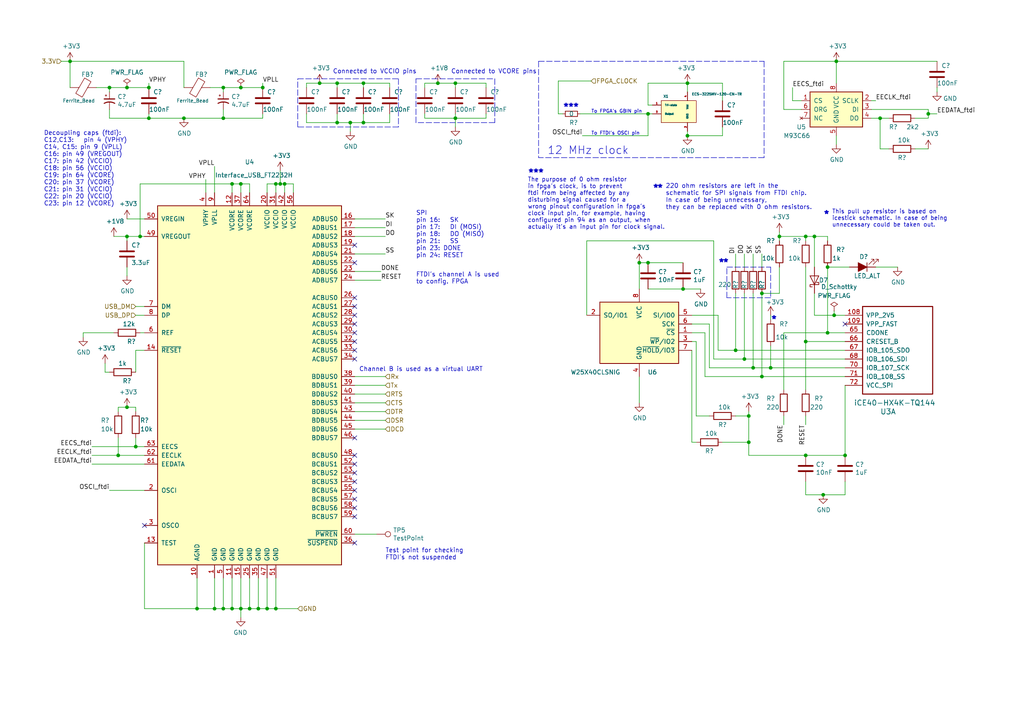
<source format=kicad_sch>
(kicad_sch (version 20231120) (generator "eeschema") (generator_version "8.0")
  (paper "A4")
  (title_block (title "FTDI Interface and Configuration") (date "2020-04-19") (rev "1.2") (company "UTN - Facultad Regional Haedo - Grupo ASE"))
  (junction (at 67.31 53.34))
  (junction (at 101.6 35.56))
  (junction (at 242.57 17.78))
  (junction (at 245.11 132.08))
  (junction (at 64.77 25.4))
  (junction (at 220.98 109.22))
  (junction (at 233.68 132.08))
  (junction (at 81.28 53.34))
  (junction (at 43.18 25.4))
  (junction (at 132.08 34.29))
  (junction (at 240.03 96.52))
  (junction (at 80.01 53.34))
  (junction (at 40.64 68.58))
  (junction (at 97.79 24.13))
  (junction (at 39.37 129.54))
  (junction (at 67.31 176.53))
  (junction (at 199.39 24.13))
  (junction (at 217.17 120.65))
  (junction (at 213.36 101.6))
  (junction (at 185.42 76.2))
  (junction (at 82.55 53.34))
  (junction (at 64.77 34.29))
  (junction (at 62.23 176.53))
  (junction (at 36.83 68.58))
  (junction (at 69.85 53.34))
  (junction (at 92.71 24.13))
  (junction (at 187.96 76.2))
  (junction (at 198.12 83.82))
  (junction (at 105.41 35.56))
  (junction (at 69.85 176.53))
  (junction (at 127 24.13))
  (junction (at 76.2 25.4))
  (junction (at 217.17 128.27))
  (junction (at 269.24 33.02))
  (junction (at 226.06 68.58))
  (junction (at 255.27 34.29))
  (junction (at 74.93 176.53))
  (junction (at 80.01 176.53))
  (junction (at 53.34 34.29))
  (junction (at 215.9 104.14))
  (junction (at 241.935 91.44))
  (junction (at 233.68 99.06))
  (junction (at 69.85 25.4))
  (junction (at 64.77 176.53))
  (junction (at 236.22 68.58))
  (junction (at 240.03 77.47))
  (junction (at 132.08 24.13))
  (junction (at 187.96 33.02))
  (junction (at 218.44 106.68))
  (junction (at 233.68 68.58))
  (junction (at 36.83 25.4))
  (junction (at 220.98 85.09))
  (junction (at 72.39 176.53))
  (junction (at 238.76 143.51))
  (junction (at 20.32 17.78))
  (junction (at 77.47 176.53))
  (junction (at 223.52 106.68))
  (junction (at 199.39 39.37))
  (junction (at 31.75 25.4))
  (junction (at 105.41 24.13))
  (junction (at 57.15 176.53))
  (junction (at 43.18 34.29))
  (junction (at 97.79 35.56))
  (junction (at 34.29 132.08))
  (junction (at 36.83 118.11))
  (no_connect (at 102.87 71.12))
  (no_connect (at 102.87 147.32))
  (no_connect (at 102.87 88.9))
  (no_connect (at 102.87 132.08))
  (no_connect (at 102.87 139.7))
  (no_connect (at 102.87 104.14))
  (no_connect (at 102.87 157.48))
  (no_connect (at 102.87 101.6))
  (no_connect (at 102.87 91.44))
  (no_connect (at 102.87 76.2))
  (no_connect (at 102.87 149.86))
  (no_connect (at 41.91 152.4))
  (no_connect (at 102.87 96.52))
  (no_connect (at 102.87 86.36))
  (no_connect (at 102.87 93.98))
  (no_connect (at 245.11 93.98))
  (no_connect (at 102.87 137.16))
  (no_connect (at 102.87 127))
  (no_connect (at 102.87 144.78))
  (no_connect (at 102.87 142.24))
  (no_connect (at 102.87 134.62))
  (no_connect (at 102.87 99.06))
  (wire (pts (xy 113.03 25.4) (xy 113.03 24.13)))
  (wire (pts (xy 123.19 33.02) (xy 123.19 34.29)))
  (wire (pts (xy 132.08 36.83) (xy 132.08 34.29)))
  (polyline (pts (xy 223.52 86.36) (xy 210.82 86.36)) (stroke (width 0) (type dash)))
  (wire (pts (xy 245.11 132.08) (xy 245.11 111.76)))
  (wire (pts (xy 39.37 127) (xy 39.37 129.54)))
  (wire (pts (xy 233.68 123.19) (xy 233.68 120.65)))
  (wire (pts (xy 201.93 120.65) (xy 205.74 120.65)))
  (wire (pts (xy 226.06 68.58) (xy 226.06 69.85)))
  (wire (pts (xy 185.42 76.2) (xy 185.42 83.82)))
  (wire (pts (xy 170.18 91.44) (xy 170.18 69.85)))
  (wire (pts (xy 207.01 104.14) (xy 215.9 104.14)))
  (wire (pts (xy 62.23 176.53) (xy 64.77 176.53)))
  (wire (pts (xy 39.37 118.11) (xy 39.37 119.38)))
  (wire (pts (xy 64.77 34.29) (xy 76.2 34.29)))
  (wire (pts (xy 226.06 67.31) (xy 226.06 68.58)))
  (wire (pts (xy 53.34 25.4) (xy 53.34 17.78)))
  (wire (pts (xy 255.27 34.29) (xy 257.81 34.29)))
  (wire (pts (xy 33.02 68.58) (xy 36.83 68.58)))
  (wire (pts (xy 218.44 106.68) (xy 223.52 106.68)))
  (wire (pts (xy 209.55 39.37) (xy 199.39 39.37)))
  (wire (pts (xy 227.33 31.75) (xy 227.33 17.78)))
  (wire (pts (xy 255.27 34.29) (xy 255.27 43.18)))
  (wire (pts (xy 140.97 34.29) (xy 140.97 33.02)))
  (polyline (pts (xy 223.52 77.47) (xy 223.52 86.36)) (stroke (width 0) (type dash)))
  (wire (pts (xy 88.9 24.13) (xy 92.71 24.13)))
  (wire (pts (xy 245.11 143.51) (xy 245.11 139.7)))
  (wire (pts (xy 72.39 176.53) (xy 69.85 176.53)))
  (wire (pts (xy 41.91 176.53) (xy 57.15 176.53)))
  (wire (pts (xy 67.31 53.34) (xy 69.85 53.34)))
  (wire (pts (xy 233.68 99.06) (xy 233.68 77.47)))
  (wire (pts (xy 64.77 25.4) (xy 69.85 25.4)))
  (wire (pts (xy 227.33 17.78) (xy 242.57 17.78)))
  (wire (pts (xy 215.9 85.09) (xy 215.9 104.14)))
  (wire (pts (xy 40.64 68.58) (xy 36.83 68.58)))
  (wire (pts (xy 80.01 167.64) (xy 80.01 176.53)))
  (wire (pts (xy 223.52 106.68) (xy 245.11 106.68)))
  (wire (pts (xy 187.96 83.82) (xy 198.12 83.82)))
  (wire (pts (xy 168.275 33.02) (xy 187.96 33.02)))
  (wire (pts (xy 102.87 78.74) (xy 110.49 78.74)))
  (wire (pts (xy 265.43 43.18) (xy 269.24 43.18)))
  (wire (pts (xy 76.2 34.29) (xy 76.2 33.02)))
  (wire (pts (xy 41.91 132.08) (xy 34.29 132.08)))
  (wire (pts (xy 265.43 34.29) (xy 269.24 34.29)))
  (wire (pts (xy 269.24 31.75) (xy 252.73 31.75)))
  (wire (pts (xy 113.03 24.13) (xy 105.41 24.13)))
  (wire (pts (xy 227.33 113.03) (xy 227.33 96.52)))
  (wire (pts (xy 85.09 53.34) (xy 85.09 55.88)))
  (wire (pts (xy 200.66 128.27) (xy 201.93 128.27)))
  (wire (pts (xy 88.9 33.02) (xy 88.9 35.56)))
  (wire (pts (xy 236.22 77.47) (xy 236.22 68.58)))
  (wire (pts (xy 189.23 30.48) (xy 187.96 30.48)))
  (polyline (pts (xy 86.36 36.83) (xy 86.36 22.86)) (stroke (width 0) (type dash)))
  (wire (pts (xy 43.18 24.13) (xy 43.18 25.4)))
  (wire (pts (xy 215.9 104.14) (xy 245.11 104.14)))
  (wire (pts (xy 213.36 101.6) (xy 245.11 101.6)))
  (wire (pts (xy 39.37 91.44) (xy 41.91 91.44)))
  (wire (pts (xy 170.18 69.85) (xy 207.01 69.85)))
  (polyline (pts (xy 221.615 17.78) (xy 221.615 45.72)) (stroke (width 0) (type dash)))
  (wire (pts (xy 217.17 119.38) (xy 217.17 120.65)))
  (polyline (pts (xy 86.36 22.86) (xy 115.57 22.86)) (stroke (width 0) (type dash)))
  (wire (pts (xy 223.52 100.33) (xy 223.52 106.68)))
  (wire (pts (xy 60.96 25.4) (xy 64.77 25.4)))
  (wire (pts (xy 20.32 25.4) (xy 20.32 17.78)))
  (wire (pts (xy 245.11 99.06) (xy 233.68 99.06)))
  (polyline (pts (xy 210.82 86.36) (xy 210.82 77.47)) (stroke (width 0) (type dash)))
  (polyline (pts (xy 120.65 35.56) (xy 120.65 22.86)) (stroke (width 0) (type dash)))
  (wire (pts (xy 80.01 176.53) (xy 77.47 176.53)))
  (wire (pts (xy 232.41 31.75) (xy 227.33 31.75)))
  (wire (pts (xy 57.15 167.64) (xy 57.15 176.53)))
  (wire (pts (xy 187.96 24.13) (xy 199.39 24.13)))
  (wire (pts (xy 101.6 38.1) (xy 101.6 35.56)))
  (wire (pts (xy 168.91 39.37) (xy 187.96 39.37)))
  (wire (pts (xy 39.37 101.6) (xy 39.37 107.95)))
  (wire (pts (xy 187.96 76.2) (xy 185.42 76.2)))
  (wire (pts (xy 215.9 73.66) (xy 215.9 77.47)))
  (wire (pts (xy 39.37 129.54) (xy 41.91 129.54)))
  (wire (pts (xy 105.41 33.02) (xy 105.41 35.56)))
  (wire (pts (xy 57.15 176.53) (xy 62.23 176.53)))
  (wire (pts (xy 102.87 63.5) (xy 111.76 63.5)))
  (wire (pts (xy 80.01 53.34) (xy 81.28 53.34)))
  (wire (pts (xy 199.39 38.1) (xy 199.39 39.37)))
  (wire (pts (xy 102.87 68.58) (xy 111.76 68.58)))
  (wire (pts (xy 76.2 25.4) (xy 76.2 24.13)))
  (wire (pts (xy 200.66 93.98) (xy 205.74 93.98)))
  (wire (pts (xy 200.66 99.06) (xy 201.93 99.06)))
  (wire (pts (xy 77.47 167.64) (xy 77.47 176.53)))
  (wire (pts (xy 132.08 24.13) (xy 127 24.13)))
  (wire (pts (xy 86.36 176.53) (xy 80.01 176.53)))
  (wire (pts (xy 64.77 34.29) (xy 53.34 34.29)))
  (wire (pts (xy 198.12 83.82) (xy 203.2 83.82)))
  (wire (pts (xy 245.11 91.44) (xy 241.935 91.44)))
  (wire (pts (xy 36.83 68.58) (xy 36.83 69.85)))
  (wire (pts (xy 199.39 24.13) (xy 199.39 26.67)))
  (wire (pts (xy 236.22 68.58) (xy 240.03 68.58)))
  (wire (pts (xy 209.55 39.37) (xy 209.55 36.83)))
  (wire (pts (xy 111.76 124.46) (xy 102.87 124.46)))
  (wire (pts (xy 226.06 77.47) (xy 226.06 85.09)))
  (wire (pts (xy 36.83 80.01) (xy 36.83 77.47)))
  (wire (pts (xy 64.77 31.75) (xy 64.77 34.29)))
  (wire (pts (xy 269.24 34.29) (xy 269.24 33.02)))
  (wire (pts (xy 271.78 26.67) (xy 271.78 25.4)))
  (wire (pts (xy 69.85 55.88) (xy 69.85 53.34)))
  (wire (pts (xy 97.79 33.02) (xy 97.79 35.56)))
  (wire (pts (xy 163.195 33.02) (xy 161.925 33.02)))
  (wire (pts (xy 31.75 31.75) (xy 31.75 34.29)))
  (wire (pts (xy 69.85 179.07) (xy 69.85 176.53)))
  (wire (pts (xy 64.77 176.53) (xy 67.31 176.53)))
  (wire (pts (xy 132.08 34.29) (xy 140.97 34.29)))
  (wire (pts (xy 200.66 96.52) (xy 204.47 96.52)))
  (wire (pts (xy 187.96 76.2) (xy 198.12 76.2)))
  (polyline (pts (xy 210.82 77.47) (xy 223.52 77.47)) (stroke (width 0) (type dash)))
  (wire (pts (xy 105.41 35.56) (xy 113.03 35.56)))
  (wire (pts (xy 213.36 73.66) (xy 213.36 77.47)))
  (wire (pts (xy 31.75 26.67) (xy 31.75 25.4)))
  (wire (pts (xy 218.44 73.66) (xy 218.44 77.47)))
  (wire (pts (xy 102.87 81.28) (xy 110.49 81.28)))
  (wire (pts (xy 236.22 85.09) (xy 236.22 91.44)))
  (polyline (pts (xy 156.21 17.78) (xy 156.21 45.72)) (stroke (width 0) (type dash)))
  (wire (pts (xy 34.29 127) (xy 34.29 132.08)))
  (wire (pts (xy 81.28 49.53) (xy 81.28 53.34)))
  (wire (pts (xy 34.29 118.11) (xy 36.83 118.11)))
  (wire (pts (xy 43.18 34.29) (xy 43.18 33.02)))
  (wire (pts (xy 209.55 24.13) (xy 209.55 29.21)))
  (wire (pts (xy 62.23 167.64) (xy 62.23 176.53)))
  (wire (pts (xy 80.01 55.88) (xy 80.01 53.34)))
  (wire (pts (xy 233.68 139.7) (xy 233.68 143.51)))
  (wire (pts (xy 205.74 106.68) (xy 218.44 106.68)))
  (wire (pts (xy 229.87 29.21) (xy 232.41 29.21)))
  (wire (pts (xy 102.87 73.66) (xy 111.76 73.66)))
  (wire (pts (xy 269.24 33.02) (xy 269.24 31.75)))
  (wire (pts (xy 220.98 109.22) (xy 245.11 109.22)))
  (wire (pts (xy 240.03 77.47) (xy 240.03 96.52)))
  (wire (pts (xy 31.75 34.29) (xy 43.18 34.29)))
  (wire (pts (xy 111.76 116.84) (xy 102.87 116.84)))
  (wire (pts (xy 123.19 25.4) (xy 123.19 24.13)))
  (wire (pts (xy 161.925 33.02) (xy 161.925 23.495)))
  (wire (pts (xy 41.91 157.48) (xy 41.91 176.53)))
  (wire (pts (xy 82.55 55.88) (xy 82.55 53.34)))
  (wire (pts (xy 105.41 24.13) (xy 97.79 24.13)))
  (wire (pts (xy 223.52 92.71) (xy 223.52 91.44)))
  (wire (pts (xy 67.31 176.53) (xy 69.85 176.53)))
  (polyline (pts (xy 115.57 36.83) (xy 86.36 36.83)) (stroke (width 0) (type dash)))
  (wire (pts (xy 240.03 77.47) (xy 246.38 77.47)))
  (polyline (pts (xy 156.21 17.78) (xy 221.615 17.78)) (stroke (width 0) (type dash)))
  (wire (pts (xy 242.57 17.78) (xy 242.57 24.13)))
  (wire (pts (xy 227.33 96.52) (xy 240.03 96.52)))
  (polyline (pts (xy 115.57 22.86) (xy 115.57 36.83)) (stroke (width 0) (type dash)))
  (wire (pts (xy 30.48 105.41) (xy 30.48 107.95)))
  (wire (pts (xy 24.13 96.52) (xy 33.02 96.52)))
  (wire (pts (xy 34.29 119.38) (xy 34.29 118.11)))
  (wire (pts (xy 208.28 101.6) (xy 213.36 101.6)))
  (wire (pts (xy 97.79 24.13) (xy 97.79 25.4)))
  (wire (pts (xy 36.83 25.4) (xy 43.18 25.4)))
  (wire (pts (xy 41.91 68.58) (xy 40.64 68.58)))
  (wire (pts (xy 217.17 128.27) (xy 217.17 132.08)))
  (wire (pts (xy 233.68 132.08) (xy 245.11 132.08)))
  (wire (pts (xy 271.78 33.02) (xy 269.24 33.02)))
  (wire (pts (xy 26.67 134.62) (xy 41.91 134.62)))
  (wire (pts (xy 200.66 101.6) (xy 200.66 128.27)))
  (polyline (pts (xy 143.51 35.56) (xy 120.65 35.56)) (stroke (width 0) (type dash)))
  (wire (pts (xy 111.76 109.22) (xy 102.87 109.22)))
  (wire (pts (xy 205.74 93.98) (xy 205.74 106.68)))
  (wire (pts (xy 88.9 35.56) (xy 97.79 35.56)))
  (wire (pts (xy 220.98 73.66) (xy 220.98 77.47)))
  (wire (pts (xy 245.11 143.51) (xy 238.76 143.51)))
  (wire (pts (xy 81.28 53.34) (xy 82.55 53.34)))
  (wire (pts (xy 97.79 35.56) (xy 101.6 35.56)))
  (wire (pts (xy 40.64 96.52) (xy 41.91 96.52)))
  (wire (pts (xy 31.75 142.24) (xy 41.91 142.24)))
  (wire (pts (xy 233.68 113.03) (xy 233.68 99.06)))
  (wire (pts (xy 69.85 25.4) (xy 76.2 25.4)))
  (wire (pts (xy 39.37 88.9) (xy 41.91 88.9)))
  (wire (pts (xy 74.93 167.64) (xy 74.93 176.53)))
  (wire (pts (xy 53.34 17.78) (xy 20.32 17.78)))
  (wire (pts (xy 105.41 25.4) (xy 105.41 24.13)))
  (polyline (pts (xy 221.615 45.72) (xy 156.21 45.72)) (stroke (width 0) (type dash)))
  (wire (pts (xy 227.33 120.65) (xy 227.33 123.19)))
  (wire (pts (xy 199.39 24.13) (xy 209.55 24.13)))
  (wire (pts (xy 204.47 109.22) (xy 220.98 109.22)))
  (wire (pts (xy 67.31 167.64) (xy 67.31 176.53)))
  (wire (pts (xy 77.47 176.53) (xy 74.93 176.53)))
  (wire (pts (xy 31.75 25.4) (xy 36.83 25.4)))
  (wire (pts (xy 113.03 35.56) (xy 113.03 33.02)))
  (wire (pts (xy 59.69 55.88) (xy 59.69 52.07)))
  (wire (pts (xy 40.64 53.34) (xy 67.31 53.34)))
  (wire (pts (xy 111.76 114.3) (xy 102.87 114.3)))
  (wire (pts (xy 220.98 85.09) (xy 220.98 109.22)))
  (wire (pts (xy 242.57 39.37) (xy 242.57 41.91)))
  (wire (pts (xy 62.23 55.88) (xy 62.23 48.26)))
  (wire (pts (xy 233.68 69.85) (xy 233.68 68.58)))
  (wire (pts (xy 132.08 33.02) (xy 132.08 34.29)))
  (wire (pts (xy 82.55 53.34) (xy 85.09 53.34)))
  (wire (pts (xy 187.96 39.37) (xy 187.96 33.02)))
  (wire (pts (xy 252.73 29.21) (xy 254 29.21)))
  (wire (pts (xy 36.83 118.11) (xy 39.37 118.11)))
  (wire (pts (xy 217.17 132.08) (xy 233.68 132.08)))
  (wire (pts (xy 27.94 25.4) (xy 31.75 25.4)))
  (wire (pts (xy 26.67 129.54) (xy 39.37 129.54)))
  (wire (pts (xy 200.66 91.44) (xy 208.28 91.44)))
  (wire (pts (xy 102.87 66.04) (xy 111.76 66.04)))
  (wire (pts (xy 185.42 109.22) (xy 185.42 116.84)))
  (wire (pts (xy 77.47 55.88) (xy 77.47 53.34)))
  (wire (pts (xy 40.64 68.58) (xy 40.64 53.34)))
  (wire (pts (xy 72.39 167.64) (xy 72.39 176.53)))
  (wire (pts (xy 201.93 99.06) (xy 201.93 120.65)))
  (wire (pts (xy 217.17 120.65) (xy 213.36 120.65)))
  (wire (pts (xy 229.87 25.4) (xy 229.87 29.21)))
  (wire (pts (xy 74.93 176.53) (xy 72.39 176.53)))
  (wire (pts (xy 207.01 69.85) (xy 207.01 104.14)))
  (wire (pts (xy 111.76 119.38) (xy 102.87 119.38)))
  (wire (pts (xy 101.6 35.56) (xy 105.41 35.56)))
  (wire (pts (xy 69.85 53.34) (xy 72.39 53.34)))
  (wire (pts (xy 255.27 43.18) (xy 257.81 43.18)))
  (polyline (pts (xy 120.65 22.86) (xy 143.51 22.86)) (stroke (width 0) (type dash)))
  (wire (pts (xy 140.97 25.4) (xy 140.97 24.13)))
  (wire (pts (xy 69.85 167.64) (xy 69.85 176.53)))
  (wire (pts (xy 254 77.47) (xy 260.35 77.47)))
  (wire (pts (xy 92.71 24.13) (xy 97.79 24.13)))
  (wire (pts (xy 233.68 68.58) (xy 226.06 68.58)))
  (wire (pts (xy 64.77 167.64) (xy 64.77 176.53)))
  (wire (pts (xy 233.68 68.58) (xy 236.22 68.58)))
  (polyline (pts (xy 143.51 22.86) (xy 143.51 35.56)) (stroke (width 0) (type dash)))
  (wire (pts (xy 187.96 30.48) (xy 187.96 24.13)))
  (wire (pts (xy 67.31 55.88) (xy 67.31 53.34)))
  (wire (pts (xy 111.76 121.92) (xy 102.87 121.92)))
  (wire (pts (xy 30.48 107.95) (xy 31.75 107.95)))
  (wire (pts (xy 209.55 128.27) (xy 217.17 128.27)))
  (wire (pts (xy 271.78 17.78) (xy 242.57 17.78)))
  (wire (pts (xy 123.19 24.13) (xy 127 24.13)))
  (wire (pts (xy 241.935 91.44) (xy 236.22 91.44)))
  (wire (pts (xy 111.76 111.76) (xy 102.87 111.76)))
  (wire (pts (xy 36.83 63.5) (xy 41.91 63.5)))
  (wire (pts (xy 226.06 85.09) (xy 220.98 85.09)))
  (wire (pts (xy 64.77 26.67) (xy 64.77 25.4)))
  (wire (pts (xy 217.17 128.27) (xy 217.17 120.65)))
  (wire (pts (xy 245.11 96.52) (xy 240.03 96.52)))
  (wire (pts (xy 123.19 34.29) (xy 132.08 34.29)))
  (wire (pts (xy 132.08 25.4) (xy 132.08 24.13)))
  (wire (pts (xy 208.28 91.44) (xy 208.28 101.6)))
  (wire (pts (xy 17.78 17.78) (xy 20.32 17.78)))
  (wire (pts (xy 213.36 85.09) (xy 213.36 101.6)))
  (wire (pts (xy 39.37 101.6) (xy 41.91 101.6)))
  (wire (pts (xy 252.73 34.29) (xy 255.27 34.29)))
  (wire (pts (xy 26.67 132.08) (xy 34.29 132.08)))
  (wire (pts (xy 88.9 25.4) (xy 88.9 24.13)))
  (wire (pts (xy 77.47 53.34) (xy 80.01 53.34)))
  (wire (pts (xy 140.97 24.13) (xy 132.08 24.13)))
  (wire (pts (xy 102.87 154.94) (xy 109.22 154.94)))
  (wire (pts (xy 218.44 85.09) (xy 218.44 106.68)))
  (wire (pts (xy 233.68 143.51) (xy 238.76 143.51)))
  (wire (pts (xy 43.18 34.29) (xy 53.34 34.29)))
  (wire (pts (xy 189.23 33.02) (xy 187.96 33.02)))
  (wire (pts (xy 72.39 53.34) (xy 72.39 55.88)))
  (wire (pts (xy 204.47 96.52) (xy 204.47 109.22)))
  (wire (pts (xy 161.925 23.495) (xy 171.45 23.495)))
  (wire (pts (xy 241.935 90.17) (xy 241.935 91.44)))
  (wire (pts (xy 240.03 69.85) (xy 240.03 68.58)))
  (wire (pts (xy 24.13 97.79) (xy 24.13 96.52)))
  (text "To FTDI's OSCI pin" (at 171.45 39.37 0) (effects (font (size 0.9906 0.9906)) (justify left bottom)))
  (text "***" (at 153.035 51.435 0) (effects (font (size 1.905 1.905) (thickness 0.381) (bold yes)) (justify left bottom)))
  (text "12 MHz clock" (at 158.75 45.085 0) (effects (font (size 2.2606 2.2606)) (justify left bottom)))
  (text "FTDI's channel A is used \nto config. FPGA" (at 120.65 82.55 0) (effects (font (size 1.27 1.27)) (justify left bottom)))
  (text "This pull up resistor is based on\nicestick schematic. In case of being\nunnecessary could be taken out." (at 241.3 66.04 0) (effects (font (size 1.1938 1.1938)) (justify left bottom)))
  (text "*" (at 223.52 93.98 0) (effects (font (size 1.905 1.905) (thickness 0.381) (bold yes)) (justify left bottom)))
  (text "***" (at 163.195 32.385 0) (effects (font (size 1.905 1.905) (thickness 0.381) (bold yes)) (justify left bottom)))
  (text "The purpose of 0 ohm resistor\nin fpga's clock, is to prevent\nftdi from being affected by any\ndisturbing signal caused for a\nwrong pinout configuration in fpga's\nclock input pin, for example, having\nconfigured pin 94 as an output, when\nactually it's an input pin for clock signal." (at 153.035 66.675 0) (effects (font (size 1.2192 1.2192)) (justify left bottom)))
  (text "*" (at 209.55 77.47 0) (effects (font (size 1.905 1.905) (thickness 0.381) (bold yes)) (justify left bottom)))
  (text "To FPGA's GBIN pin" (at 171.45 33.02 0) (effects (font (size 0.9906 0.9906)) (justify left bottom)))
  (text "*" (at 190.5 55.88 0) (effects (font (size 1.905 1.905) (thickness 0.381) (bold yes)) (justify left bottom)))
  (text "SPI\npin 16:   SK\npin 17:   DI (MOSI)\npin 18:   DO (MISO)\npin 21:   SS\npin 23: DONE\npin 24: RESET" (at 120.65 74.93 0) (effects (font (size 1.27 1.27)) (justify left bottom)))
  (text "Connected to VCORE pins" (at 130.81 21.59 0) (effects (font (size 1.27 1.27)) (justify left bottom)))
  (text "Channel B is used as a virtual UART" (at 104.14 107.95 0) (effects (font (size 1.27 1.27)) (justify left bottom)))
  (text "220 ohm resistors are left in the\nschematic for SPI signals from FTDI chip. \nIn case of being unnecessary,\nthey can be replaced with 0 ohm resistors." (at 193.04 60.96 0) (effects (font (size 1.27 1.27)) (justify left bottom)))
  (text "Decoupling caps (ftdi):\nC12,C13:   pin 4 (VPHY)\nC14, C15: pin 9 (VPLL)\nC16: pin 49 (VREGOUT)\nC17: pin 42 (VCCIO)\nC18: pin 56 (VCCIO)\nC19: pin 64 (VCORE)\nC20: pin 37 (VCORE)\nC21: pin 31 (VCCIO)\nC22: pin 20 (VCCIO)\nC23: pin 12 (VCORE)\n\n\n\n" (at 12.7 66.04 0) (effects (font (size 1.27 1.27)) (justify left bottom)))
  (text "*" (at 238.76 63.5 0) (effects (font (size 1.905 1.905) (thickness 0.381) (bold yes)) (justify left bottom)))
  (text "*" (at 208.28 77.47 0) (effects (font (size 1.905 1.905) (thickness 0.381) (bold yes)) (justify left bottom)))
  (text "Connected to VCCIO pins" (at 96.52 21.59 0) (effects (font (size 1.27 1.27)) (justify left bottom)))
  (text "*" (at 189.23 55.88 0) (effects (font (size 1.905 1.905) (thickness 0.381) (bold yes)) (justify left bottom)))
  (text "Test point for checking\nFTDI's not suspended" (at 111.76 162.56 0) (effects (font (size 1.27 1.27)) (justify left bottom)))
  (label "EECS_ftdi" (at 26.67 129.54 180))
  (label "SK" (at 111.76 63.5 0))
  (label "VPLL" (at 76.2 24.13 0))
  (label "OSCI_ftdi" (at 31.75 142.24 180))
  (label "RESET" (at 233.68 123.19 270))
  (label "SK" (at 218.44 73.66 90))
  (label "SS" (at 111.76 73.66 0))
  (label "EECLK_ftdi" (at 254 29.21 0))
  (label "DO" (at 215.9 73.66 90))
  (label "VPHY" (at 59.69 52.07 180))
  (label "DI" (at 111.76 66.04 0))
  (label "EECS_ftdi" (at 229.87 25.4 0))
  (label "DONE" (at 110.49 78.74 0))
  (label "EECLK_ftdi" (at 26.67 132.08 180))
  (label "DONE" (at 227.33 123.19 270))
  (label "EEDATA_ftdi" (at 271.78 33.02 0))
  (label "SS" (at 220.98 73.66 90))
  (label "DI" (at 213.36 73.66 90))
  (label "EEDATA_ftdi" (at 26.67 134.62 180))
  (label "DO" (at 111.76 68.58 0))
  (label "OSCI_ftdi" (at 168.91 39.37 180))
  (label "RESET" (at 110.49 81.28 0))
  (label "VPHY" (at 43.18 24.13 0))
  (label "VPLL" (at 62.23 48.26 180))
  (hierarchical_label "USB_DP" (shape input) (at 39.37 91.44 180))
  (hierarchical_label "DSR" (shape input) (at 111.76 121.92 0))
  (hierarchical_label "RTS" (shape input) (at 111.76 114.3 0))
  (hierarchical_label "USB_DM" (shape input) (at 39.37 88.9 180))
  (hierarchical_label "Rx" (shape input) (at 111.76 109.22 0))
  (hierarchical_label "GND" (shape input) (at 86.36 176.53 0))
  (hierarchical_label "DCD" (shape input) (at 111.76 124.46 0))
  (hierarchical_label "3.3V" (shape input) (at 17.78 17.78 180))
  (hierarchical_label "DTR" (shape input) (at 111.76 119.38 0))
  (hierarchical_label "Tx" (shape input) (at 111.76 111.76 0))
  (hierarchical_label "CTS" (shape input) (at 111.76 116.84 0))
  (hierarchical_label "FPGA_CLOCK" (shape input) (at 171.45 23.495 0))
  (symbol (lib_id "FPGA para todos-rescue:GND-power-FPGA-para-todos-rescue") (at 24.13 97.79 0) (unit 1)
    (property "Reference" "#PWR0106" (effects (hide yes)))
    (property "Value" "GND" (at 24.257 102.1842 0))
  )
  (symbol (lib_id "FPGA para todos-rescue:GND-power-FPGA-para-todos-rescue") (at 36.83 80.01 0) (unit 1)
    (property "Reference" "#PWR0107" (effects (hide yes)))
    (property "Value" "GND" (at 36.957 84.4042 0))
  )
  (symbol (lib_id "FPGA para todos-rescue:+1V8-power-FPGA-para-todos-rescue") (at 33.02 68.58 0) (unit 1)
    (property "Reference" "#PWR0108" (effects (hide yes)))
    (property "Value" "+1V8" (at 33.401 64.1858 0))
  )
  (symbol (lib_id "FPGA para todos-rescue:GND-power-FPGA-para-todos-rescue") (at 101.6 38.1 0) (unit 1)
    (property "Reference" "#PWR0109" (effects (hide yes)))
    (property "Value" "GND" (at 101.727 42.4942 0))
  )
  (symbol (lib_id "FPGA para todos-rescue:+1V8-power-FPGA-para-todos-rescue") (at 127 24.13 0) (unit 1)
    (property "Reference" "#PWR0110" (effects (hide yes)))
    (property "Value" "+1V8" (at 127.381 19.7358 0))
  )
  (symbol (lib_id "FPGA para todos-rescue:GND-power-FPGA-para-todos-rescue") (at 132.08 36.83 0) (unit 1)
    (property "Reference" "#PWR0111" (effects (hide yes)))
    (property "Value" "GND" (at 132.207 41.2242 0))
  )
  (symbol (lib_id "FPGA para todos-rescue:GND-power-FPGA-para-todos-rescue") (at 53.34 34.29 0) (unit 1)
    (property "Reference" "#PWR0112" (effects (hide yes)))
    (property "Value" "GND" (at 53.467 38.6842 0))
  )
  (symbol (lib_id "FPGA para todos-rescue:GND-power-FPGA-para-todos-rescue") (at 242.57 41.91 0) (unit 1)
    (property "Reference" "#PWR0113" (effects (hide yes)))
    (property "Value" "GND" (at 242.697 46.3042 0))
  )
  (symbol (lib_id "FPGA para todos-rescue:PWR_FLAG-power-FPGA-para-todos-rescue") (at 36.83 25.4 0) (unit 1)
    (property "Reference" "#FLG0107" (effects (hide yes)))
    (property "Value" "PWR_FLAG" (at 36.83 20.9804 0))
  )
  (symbol (lib_id "FPGA para todos-rescue:PWR_FLAG-power-FPGA-para-todos-rescue") (at 69.85 25.4 0) (unit 1)
    (property "Reference" "#FLG0108" (effects (hide yes)))
    (property "Value" "PWR_FLAG" (at 69.85 20.9804 0))
  )
  (symbol (lib_id "FPGA para todos-rescue:GND-power-FPGA-para-todos-rescue") (at 199.39 39.37 0) (unit 1)
    (property "Reference" "#PWR0114" (effects (hide yes)))
    (property "Value" "GND" (at 199.517 43.7642 0))
  )
  (symbol (lib_id "FPGA para todos-rescue:TestPoint-Connector-FPGA-para-todos-rescue") (at 109.22 154.94 270) (unit 1)
    (property "Reference" "TP5" (at 113.9952 153.7716 90) (effects (justify left)))
    (property "Value" "TestPoint" (at 113.9952 156.083 90) (effects (justify left)))
    (property "Footprint" "footprints:TestPoint_Pad_D1.5mm" (effects (hide yes)))
  )
  (symbol (lib_id "FPGA para todos-rescue:GND-power-FPGA-para-todos-rescue") (at 69.85 179.07 0) (mirror y) (unit 1)
    (property "Reference" "#PWR0115" (effects (hide yes)))
    (property "Value" "GND" (at 69.723 183.4642 0))
  )
  (symbol (lib_id "ft2232h:Interface_USB_FT2232H") (at 72.39 111.76 0) (unit 1)
    (property "Reference" "U4" (at 72.39 46.99 0))
    (property "Value" "Interface_USB_FT2232H" (at 73.66 50.8 0))
    (property "Footprint" "footprints:LQFP-64_10x10mm_P0.5mm" (effects (hide yes)))
    (property "Description" "USB Interface IC USB HS to Dual UART/ FIFO/SPI/JTAG/I2C " (effects (hide yes)))
    (property "EmptyField" "-" (effects (hide yes)))
    (property "DatasheetName" "Future Technology Devices International Ltd FT2232H Dual High Speed USB to Multipurpose UART/FIFO IC" (effects (hide yes)))
    (property "DatasheetLink" "https://ar.mouser.com/datasheet/2/163/DS_FT2232H-17353.pdf" (effects (hide yes)))
    (property "Manufacturer" "FTDI" (effects (hide yes)))
    (property "OrderCode" "FT2232HL-REEL" (effects (hide yes)))
    (property "ProviderLink" "https://ar.mouser.com/ProductDetail/FTDI/FT2232HL-REEL?qs=sGAEpiMZZMs5ceO8zL%252BTx6ksD1BB0CN5" (effects (hide yes)))
    (property "ProviderOrderCode" "895-FT2232HL" (effects (hide yes)))
    (property "ComponentTechnology" "-" (effects (hide yes)))
  )
  (symbol (lib_id "93cxx:M93C66") (at 242.57 31.75 0) (unit 1)
    (property "Reference" "U5" (at 232.41 36.83 0))
    (property "Value" "M93C66" (at 231.14 39.37 0))
    (property "Footprint" "footprints:m93c66_SO8N_package" (effects (hide yes)))
    (property "Datasheet" "http://ww1.microchip.com/downloads/en/DeviceDoc/20001749K.pdf" (effects (hide yes)))
    (property "Description" "EEPROM 2.5 V to 5.5 V 4K" (effects (hide yes)))
    (property "EmptyField" "-" (effects (hide yes)))
    (property "DatasheetName" "16-Kbit, 8-Kbit, 4-Kbit, 2-Kbit and 1-Kbit (8-bit or 16-bit wide) MICROWIRE™ serial access EEPROM" (effects (hide yes)))
    (property "DatasheetLink" "https://ar.mouser.com/datasheet/2/389/m93c46-w-955034.pdf" (effects (hide yes)))
    (property "Manufacturer" "STMicroelectronics" (effects (hide yes)))
    (property "OrderCode" "M93C66-WMN6TP" (effects (hide yes)))
    (property "ProviderLink" "https://ar.mouser.com/ProductDetail/STMicroelectronics/M93C66-WMN6TP?qs=%2Fha2pyFaduhI8fQCrwtZNaa4GXWKiPno8NwRdrg9RHSTmWJlKFloOQ%3D%3D" (effects (hide yes)))
    (property "ProviderOrderCode" "511-M93C66-WMN6TP" (effects (hide yes)))
    (property "ComponentTechnology" "-" (effects (hide yes)))
  )
  (symbol (lib_id "ice40-hx4k-tq144:iCE40-HX4K-TQ144") (at 245.11 91.44 0) (unit 1)
    (property "Reference" "U3" (at 255.27 119.38 0) (effects (font (size 1.524 1.524)) (justify left)))
    (property "Value" "iCE40-HX4K-TQ144" (at 247.65 116.84 0) (effects (font (size 1.524 1.524)) (justify left)))
    (property "Footprint" "footprints:QFP50P2200X2200X160-144N" (effects (hide yes)))
    (property "Description" "FPGA - Field Programmable Gate Array iCE40HX 3520 LUTs 1.2V Ultra Low-Power" (effects (hide yes)))
    (property "EmptyField" "-" (effects (hide yes)))
    (property "DatasheetName" "iCE40 LP/HX Family" (effects (hide yes)))
    (property "DatasheetLink" "https://ar.mouser.com/datasheet/2/225/FPGA-DS-02029-3-5-iCE40-LP-HX-Family-Data-Sheet-1022803.pdf" (effects (hide yes)))
    (property "Manufacturer" "Lattice" (effects (hide yes)))
    (property "OrderCode" "iCE40HX4K-TQ144" (effects (hide yes)))
    (property "ProviderLink" "https://ar.mouser.com/ProductDetail/Lattice/iCE40HX4K-TQ144?qs=%2Fha2pyFaduhJzbKPIVyuV1AxwgvoWTwReZRNA8sS2pFlkrTUNkMLRQ%3D%3D" (effects (hide yes)))
    (property "ProviderOrderCode" "842-ICE40HX4K-TQ144" (effects (hide yes)))
    (property "ComponentTechnology" "-" (effects (hide yes)))
  )
  (symbol (lib_id "FPGA para todos-rescue:GND-power-FPGA-para-todos-rescue") (at 185.42 116.84 0) (unit 1)
    (property "Reference" "#PWR0116" (effects (hide yes)))
    (property "Value" "GND" (at 185.547 121.2342 0))
  )
  (symbol (lib_id "FPGA para todos-rescue:GND-power-FPGA-para-todos-rescue") (at 203.2 83.82 0) (unit 1)
    (property "Reference" "#PWR0117" (effects (hide yes)))
    (property "Value" "GND" (at 203.327 88.2142 0))
  )
  (symbol (lib_id "FPGA para todos-rescue:GND-power-FPGA-para-todos-rescue") (at 260.35 77.47 0) (unit 1)
    (property "Reference" "#PWR0118" (effects (hide yes)))
    (property "Value" "GND" (at 260.477 81.8642 0))
  )
  (symbol (lib_id "FPGA para todos-rescue:GND-power-FPGA-para-todos-rescue") (at 238.76 143.51 0) (unit 1)
    (property "Reference" "#PWR0119" (effects (hide yes)))
    (property "Value" "GND" (at 238.887 147.9042 0))
  )
  (symbol (lib_id "FPGA para todos-rescue:CP1_Small-Device-FPGA-para-todos-rescue") (at 31.75 29.21 0) (unit 1)
    (property "Reference" "C?" (at 34.0614 28.0416 0) (effects (justify left)))
    (property "Value" "4.7uF" (at 34.0614 30.353 0) (effects (justify left)))
    (property "Footprint" "footprints:C_0805_AVX_Tantalum" (effects (hide yes)))
    (property "Description" "Decoupling capacitor" (effects (hide yes)))
    (property "EmptyField" "-" (effects (hide yes)))
    (property "DatasheetName" "TPS SeriesLow ESR" (effects (hide yes)))
    (property "DatasheetLink" "https://ar.mouser.com/datasheet/2/40/tps-776850.pdf" (effects (hide yes)))
    (property "Manufacturer" "AVX" (effects (hide yes)))
    (property "OrderCode" "TPSR475K010R3000 " (effects (hide yes)))
    (property "ProviderLink" "https://ar.mouser.com/ProductDetail/AVX/TPSR475K010R3000?qs=sGAEpiMZZMuEN2agSAc2pkIWJcW2hAciSH1NL3QtlaI%3D" (effects (hide yes)))
    (property "ProviderOrderCode" "581-TPSR475K010R3000 " (effects (hide yes)))
    (property "ComponentTechnology" "Tantalum" (effects (hide yes)))
    (instances (project "" (path "" (reference "C?") (unit 1)) (path "" (reference "C12") (unit 1))))
  )
  (symbol (lib_id "FPGA para todos-rescue:LED_ALT-Device-FPGA-para-todos-rescue") (at 250.19 77.47 180) (unit 1)
    (property "Reference" "D?" (at 249.2248 74.4728 0) (effects (justify right)))
    (property "Value" "LED_ALT" (at 247.65 80.01 0) (effects (justify right)))
    (property "Footprint" "footprints:led_0805_recommended_land_pattern" (effects (hide yes)))
    (property "Description" "1.9V - 2mA smd 0805 LED" (effects (hide yes)))
    (property "EmptyField" "-" (effects (hide yes)))
    (property "DatasheetName" "SURFACE MOUNT LED GREEN, 0805 PACKAGE, 2mA" (effects (hide yes)))
    (property "DatasheetLink" "https://ar.mouser.com/datasheet/2/50/SM0805GCL-880857.pdf" (effects (hide yes)))
    (property "Manufacturer" "Bivar" (effects (hide yes)))
    (property "OrderCode" "SM0805GCL" (effects (hide yes)))
    (property "ProviderLink" "https://ar.mouser.com/ProductDetail/Bivar/SM0805GCL?qs=sGAEpiMZZMseGfSY3csMkRDxXrk%2F%2FsW3r%2FUrkRfILvI%3D" (effects (hide yes)))
    (property "ProviderOrderCode" "749-SM0805GCL" (effects (hide yes)))
    (property "ComponentTechnology" "AlGaInP" (effects (hide yes)))
    (instances (project "" (path "" (reference "D?") (unit 1)) (path "" (reference "D8") (unit 1))))
  )
  (symbol (lib_id "FPGA para todos-rescue:R-Device-FPGA-para-todos-rescue") (at 35.56 107.95 270) (unit 1)
    (property "Reference" "R?" (at 35.56 110.49 90) (effects (justify left)))
    (property "Value" "1k" (at 34.29 105.41 90) (effects (justify left)))
    (property "Footprint" "footprints:R_0805_2012Metric_Pad1.15x1.40mm_HandSolder" (effects (hide yes)))
    (property "Description" "-" (effects (hide yes)))
    (property "EmptyField" "-" (effects (hide yes)))
    (property "DatasheetName" "THICK FILM CHIP RESISTORS AUTOMOTIVE GRADE" (effects (hide yes)))
    (property "DatasheetLink" "https://ar.mouser.com/datasheet/2/447/PYu-AC_51_RoHS_L_6-1152827.pdf" (effects (hide yes)))
    (property "Manufacturer" "YAGEO" (effects (hide yes)))
    (property "OrderCode" "AC0805JR-071KL" (effects (hide yes)))
    (property "ProviderLink" "https://ar.mouser.com/ProductDetail/Yageo/AC0805JR-071KL?qs=sGAEpiMZZMu61qfTUdNhG2gsBIEdmNIDDxLhejvEQGw%3D" (effects (hide yes)))
    (property "ProviderOrderCode" "603-AC0805JR-071KL" (effects (hide yes)))
    (property "ComponentTechnology" "Thick film chip resistor" (effects (hide yes)))
    (instances (project "" (path "" (reference "R?") (unit 1)) (path "" (reference "R17") (unit 1))))
  )
  (symbol (lib_id "FPGA para todos-rescue:R-Device-FPGA-para-todos-rescue") (at 34.29 123.19 0) (unit 1)
    (property "Reference" "R?" (at 29.21 121.92 0) (effects (justify left)))
    (property "Value" "10k" (at 29.21 124.46 0) (effects (justify left)))
    (property "Footprint" "footprints:R_0805_2012Metric_Pad1.15x1.40mm_HandSolder" (effects (hide yes)))
    (property "Description" "Thin Film Resistors - SMD 1/8W 10K ohm 1% 50ppm " (effects (hide yes)))
    (property "EmptyField" "-" (effects (hide yes)))
    (property "DatasheetName" "THIN FILMCHIP RESISTORS High precision-high stability" (effects (hide yes)))
    (property "DatasheetLink" "https://ar.mouser.com/datasheet/2/447/PYu-RT_1-to-0.01_RoHS_L_9-1222720.pdf" (effects (hide yes)))
    (property "Manufacturer" "YAGEO" (effects (hide yes)))
    (property "OrderCode" "RT0805FRE0710KL" (effects (hide yes)))
    (property "ProviderLink" "https://ar.mouser.com/ProductDetail/Yageo/RT0805FRE0710KL?qs=sGAEpiMZZMu61qfTUdNhGxEjuuBLd0B41oWml1pU2QE%3D" (effects (hide yes)))
    (property "ProviderOrderCode" "603-RT0805FRE0710KL" (effects (hide yes)))
    (property "ComponentTechnology" "THIN FILMCHIP RESISTORS" (effects (hide yes)))
    (instances (project "" (path "" (reference "R?") (unit 1)) (path "" (reference "R19") (unit 1))))
  )
  (symbol (lib_id "FPGA para todos-rescue:R-Device-FPGA-para-todos-rescue") (at 240.03 73.66 180) (unit 1)
    (property "Reference" "R?" (at 245.11 72.39 0) (effects (justify left)))
    (property "Value" "1k" (at 243.84 74.93 0) (effects (justify left)))
    (property "Footprint" "footprints:R_0805_2012Metric_Pad1.15x1.40mm_HandSolder" (effects (hide yes)))
    (property "Description" "-" (effects (hide yes)))
    (property "EmptyField" "-" (effects (hide yes)))
    (property "DatasheetName" "THICK FILM CHIP RESISTORS AUTOMOTIVE GRADE" (effects (hide yes)))
    (property "DatasheetLink" "https://ar.mouser.com/datasheet/2/447/PYu-AC_51_RoHS_L_6-1152827.pdf" (effects (hide yes)))
    (property "Manufacturer" "YAGEO" (effects (hide yes)))
    (property "OrderCode" "AC0805JR-071KL" (effects (hide yes)))
    (property "ProviderLink" "https://ar.mouser.com/ProductDetail/Yageo/AC0805JR-071KL?qs=sGAEpiMZZMu61qfTUdNhG2gsBIEdmNIDDxLhejvEQGw%3D" (effects (hide yes)))
    (property "ProviderOrderCode" "603-AC0805JR-071KL" (effects (hide yes)))
    (property "ComponentTechnology" "Thick film chip resistor" (effects (hide yes)))
    (instances (project "" (path "" (reference "R?") (unit 1)) (path "" (reference "R24") (unit 1))))
  )
  (symbol (lib_id "FPGA para todos-rescue:CP1_Small-Device-FPGA-para-todos-rescue") (at 64.77 29.21 0) (unit 1)
    (property "Reference" "C?" (at 67.0814 28.0416 0) (effects (justify left)))
    (property "Value" "4.7uF" (at 67.0814 30.353 0) (effects (justify left)))
    (property "Footprint" "footprints:C_0805_AVX_Tantalum" (effects (hide yes)))
    (property "Description" "Decoupling capacitor" (effects (hide yes)))
    (property "EmptyField" "-" (effects (hide yes)))
    (property "DatasheetName" "TPS SeriesLow ESR" (effects (hide yes)))
    (property "DatasheetLink" "https://ar.mouser.com/datasheet/2/40/tps-776850.pdf" (effects (hide yes)))
    (property "Manufacturer" "AVX" (effects (hide yes)))
    (property "OrderCode" "TPSR475K010R3000 " (effects (hide yes)))
    (property "ProviderLink" "https://ar.mouser.com/ProductDetail/AVX/TPSR475K010R3000?qs=sGAEpiMZZMuEN2agSAc2pkIWJcW2hAciSH1NL3QtlaI%3D" (effects (hide yes)))
    (property "ProviderOrderCode" "581-TPSR475K010R3000 " (effects (hide yes)))
    (property "ComponentTechnology" "Tantalum" (effects (hide yes)))
    (instances (project "" (path "" (reference "C?") (unit 1)) (path "" (reference "C14") (unit 1))))
  )
  (symbol (lib_id "FPGA para todos-rescue:R-Device-FPGA-para-todos-rescue") (at 39.37 123.19 0) (unit 1)
    (property "Reference" "R?" (at 40.64 121.92 0) (effects (justify left)))
    (property "Value" "10k" (at 40.64 124.46 0) (effects (justify left)))
    (property "Footprint" "footprints:R_0805_2012Metric_Pad1.15x1.40mm_HandSolder" (effects (hide yes)))
    (property "Description" "Thin Film Resistors - SMD 1/8W 10K ohm 1% 50ppm " (effects (hide yes)))
    (property "EmptyField" "-" (effects (hide yes)))
    (property "DatasheetName" "THIN FILMCHIP RESISTORS High precision-high stability" (effects (hide yes)))
    (property "DatasheetLink" "https://ar.mouser.com/datasheet/2/447/PYu-RT_1-to-0.01_RoHS_L_9-1222720.pdf" (effects (hide yes)))
    (property "Manufacturer" "YAGEO" (effects (hide yes)))
    (property "OrderCode" "RT0805FRE0710KL" (effects (hide yes)))
    (property "ProviderLink" "https://ar.mouser.com/ProductDetail/Yageo/RT0805FRE0710KL?qs=sGAEpiMZZMu61qfTUdNhGxEjuuBLd0B41oWml1pU2QE%3D" (effects (hide yes)))
    (property "ProviderOrderCode" "603-RT0805FRE0710KL" (effects (hide yes)))
    (property "ComponentTechnology" "THIN FILMCHIP RESISTORS" (effects (hide yes)))
    (instances (project "" (path "" (reference "R?") (unit 1)) (path "" (reference "R18") (unit 1))))
  )
  (symbol (lib_id "FPGA para todos-rescue:R-Device-FPGA-para-todos-rescue") (at 205.74 128.27 270) (unit 1)
    (property "Reference" "R?" (at 204.47 130.81 90) (effects (justify left)))
    (property "Value" "10k" (at 204.47 125.73 90) (effects (justify left)))
    (property "Footprint" "footprints:R_0805_2012Metric_Pad1.15x1.40mm_HandSolder" (effects (hide yes)))
    (property "Description" "Thin Film Resistors - SMD 1/8W 10K ohm 1% 50ppm " (effects (hide yes)))
    (property "EmptyField" "-" (effects (hide yes)))
    (property "DatasheetName" "THIN FILMCHIP RESISTORS High precision-high stability" (effects (hide yes)))
    (property "DatasheetLink" "https://ar.mouser.com/datasheet/2/447/PYu-RT_1-to-0.01_RoHS_L_9-1222720.pdf" (effects (hide yes)))
    (property "Manufacturer" "YAGEO" (effects (hide yes)))
    (property "OrderCode" "RT0805FRE0710KL" (effects (hide yes)))
    (property "ProviderLink" "https://ar.mouser.com/ProductDetail/Yageo/RT0805FRE0710KL?qs=sGAEpiMZZMu61qfTUdNhGxEjuuBLd0B41oWml1pU2QE%3D" (effects (hide yes)))
    (property "ProviderOrderCode" "603-RT0805FRE0710KL" (effects (hide yes)))
    (property "ComponentTechnology" "THIN FILMCHIP RESISTORS" (effects (hide yes)))
    (instances (project "" (path "" (reference "R?") (unit 1)) (path "" (reference "R33") (unit 1))))
  )
  (symbol (lib_id "FPGA para todos-rescue:D_Schottky-Device-FPGA-para-todos-rescue") (at 236.22 81.28 90) (unit 1)
    (property "Reference" "D7" (at 237.49 81.28 90) (effects (justify right)))
    (property "Value" "D_Schottky" (at 238.125 83.185 90) (effects (justify right)))
    (property "Footprint" "footprints:D_0805_2012Metric" (effects (hide yes)))
    (property "Description" "Schottky Diodes & Rectifiers 40volts 0.5A SIZE 0805 " (effects (hide yes)))
    (property "EmptyField" "-" (effects (hide yes)))
    (property "DatasheetName" "Schottky Barrier Rectifier Diode" (effects (hide yes)))
    (property "DatasheetLink" "https://ar.mouser.com/datasheet/2/40/schottky-776407.pdf" (effects (hide yes)))
    (property "Manufacturer" "AVX" (effects (hide yes)))
    (property "OrderCode" "SD0805S040S0R5" (effects (hide yes)))
    (property "ProviderLink" "https://ar.mouser.com/ProductDetail/AVX/SD0805S040S0R5?qs=%2Fha2pyFadugLLnjfmIXK2JLDSJ%252BJAoigNYZsyXXDJXK%252BMKudbLHqpAH1tfTP96IS" (effects (hide yes)))
    (property "ProviderOrderCode" " 581-SD0805S040S0R5" (effects (hide yes)))
    (property "ComponentTechnology" "-" (effects (hide yes)))
  )
  (symbol (lib_id "FPGA para todos-rescue:C-Device-FPGA-para-todos-rescue") (at 36.83 73.66 0) (unit 1)
    (property "Reference" "C?" (at 38.1 71.12 0) (effects (justify left)))
    (property "Value" "3.3uF" (at 38.1 76.2 0) (effects (justify left)))
    (property "Footprint" "footprints:C_0805_2012Metric_Pad1.15x1.40mm_HandSolder" (effects (hide yes)))
    (property "Description" "Multilayer Ceramic Capacitors MLCC - SMD/SMT 3.3uF Y5V -20/+80% 10V" (effects (hide yes)))
    (property "EmptyField" "-" (effects (hide yes)))
    (property "DatasheetName" "SURFACE-MOUNT CERAMIC MULTILAYER CAPACITORS" (effects (hide yes)))
    (property "DatasheetLink" "https://ar.mouser.com/datasheet/2/447/UPY-GPHC_Y5V_6.3V-to-50V_8-1280790.pdf" (effects (hide yes)))
    (property "Manufacturer" "YAGEO" (effects (hide yes)))
    (property "OrderCode" "CC0805ZKY5V6BB335" (effects (hide yes)))
    (property "ProviderLink" "https://ar.mouser.com/ProductDetail/Yageo/CC0805ZKY5V6BB335?qs=%2Fha2pyFadujrv0Gea1zHrv9T1j308BLd6oT4q2A3QFKLK1vnnCiHwDnKKKYP6qsX" (effects (hide yes)))
    (property "ProviderOrderCode" "603-CC805ZKY5V6BB335" (effects (hide yes)))
    (property "ComponentTechnology" "Y5Vseries chip capacitors with lead-free terminations" (effects (hide yes)))
    (instances (project "" (path "" (reference "C?") (unit 1)) (path "" (reference "C16") (unit 1))))
  )
  (symbol (lib_id "FPGA para todos-rescue:C-Device-FPGA-para-todos-rescue") (at 209.55 33.02 0) (unit 1)
    (property "Reference" "C?" (at 210.82 30.48 0) (effects (justify left)))
    (property "Value" "100nF" (at 209.55 35.56 0) (effects (justify left)))
    (property "Footprint" "footprints:C_0805_2012Metric_Pad1.15x1.40mm_HandSolder" (effects (hide yes)))
    (property "Description" "Decoupling cap - 6.3V" (effects (hide yes)))
    (property "EmptyField" "-" (effects (hide yes)))
    (property "DatasheetName" "SURFACE-MOUNT CERAMIC MULTILAYER CAPACITORS" (effects (hide yes)))
    (property "DatasheetLink" "https://ar.mouser.com/datasheet/2/447/UPY-GPHC_X7R_6.3V-to-50V_18-1154002.pdf" (effects (hide yes)))
    (property "Manufacturer" "YAGEO" (effects (hide yes)))
    (property "OrderCode" "CC0805KRX7R5BB104 " (effects (hide yes)))
    (property "ProviderLink" "https://ar.mouser.com/ProductDetail/Yageo/CC0805KRX7R5BB104?qs=UgE%2F0m3bTsYCB3fBtxx4RA%3D%3D" (effects (hide yes)))
    (property "ProviderOrderCode" "603-CC0805KRX75BB104 " (effects (hide yes)))
    (property "ComponentTechnology" "Ceramic - X7R TC material" (effects (hide yes)))
    (instances (project "" (path "" (reference "C?") (unit 1)) (path "" (reference "C24") (unit 1))))
  )
  (symbol (lib_id "FPGA para todos-rescue:C-Device-FPGA-para-todos-rescue") (at 132.08 29.21 0) (unit 1)
    (property "Reference" "C?" (at 133.35 26.67 0) (effects (justify left)))
    (property "Value" "100nF" (at 132.08 31.75 0) (effects (justify left)))
    (property "Footprint" "footprints:C_0805_2012Metric_Pad1.15x1.40mm_HandSolder" (effects (hide yes)))
    (property "Description" "Decoupling cap - 6.3V" (effects (hide yes)))
    (property "EmptyField" "-" (effects (hide yes)))
    (property "DatasheetName" "SURFACE-MOUNT CERAMIC MULTILAYER CAPACITORS" (effects (hide yes)))
    (property "DatasheetLink" "https://ar.mouser.com/datasheet/2/447/UPY-GPHC_X7R_6.3V-to-50V_18-1154002.pdf" (effects (hide yes)))
    (property "Manufacturer" "YAGEO" (effects (hide yes)))
    (property "OrderCode" "CC0805KRX7R5BB104 " (effects (hide yes)))
    (property "ProviderLink" "https://ar.mouser.com/ProductDetail/Yageo/CC0805KRX7R5BB104?qs=UgE%2F0m3bTsYCB3fBtxx4RA%3D%3D" (effects (hide yes)))
    (property "ProviderOrderCode" "603-CC0805KRX75BB104 " (effects (hide yes)))
    (property "ComponentTechnology" "Ceramic - X7R TC material" (effects (hide yes)))
    (instances (project "" (path "" (reference "C?") (unit 1)) (path "" (reference "C20") (unit 1))))
  )
  (symbol (lib_id "FPGA para todos-rescue:C-Device-FPGA-para-todos-rescue") (at 140.97 29.21 0) (unit 1)
    (property "Reference" "C?" (at 142.24 26.67 0) (effects (justify left)))
    (property "Value" "100nF" (at 140.97 31.75 0) (effects (justify left)))
    (property "Footprint" "footprints:C_0805_2012Metric_Pad1.15x1.40mm_HandSolder" (effects (hide yes)))
    (property "Description" "Decoupling cap - 6.3V" (effects (hide yes)))
    (property "EmptyField" "-" (effects (hide yes)))
    (property "DatasheetName" "SURFACE-MOUNT CERAMIC MULTILAYER CAPACITORS" (effects (hide yes)))
    (property "DatasheetLink" "https://ar.mouser.com/datasheet/2/447/UPY-GPHC_X7R_6.3V-to-50V_18-1154002.pdf" (effects (hide yes)))
    (property "Manufacturer" "YAGEO" (effects (hide yes)))
    (property "OrderCode" "CC0805KRX7R5BB104 " (effects (hide yes)))
    (property "ProviderLink" "https://ar.mouser.com/ProductDetail/Yageo/CC0805KRX7R5BB104?qs=UgE%2F0m3bTsYCB3fBtxx4RA%3D%3D" (effects (hide yes)))
    (property "ProviderOrderCode" "603-CC0805KRX75BB104 " (effects (hide yes)))
    (property "ComponentTechnology" "Ceramic - X7R TC material" (effects (hide yes)))
    (instances (project "" (path "" (reference "C?") (unit 1)) (path "" (reference "C23") (unit 1))))
  )
  (symbol (lib_id "FPGA para todos-rescue:C-Device-FPGA-para-todos-rescue") (at 123.19 29.21 0) (unit 1)
    (property "Reference" "C?" (at 124.46 26.67 0) (effects (justify left)))
    (property "Value" "100nF" (at 123.19 31.75 0) (effects (justify left)))
    (property "Footprint" "footprints:C_0805_2012Metric_Pad1.15x1.40mm_HandSolder" (effects (hide yes)))
    (property "Description" "Decoupling cap - 6.3V" (effects (hide yes)))
    (property "EmptyField" "-" (effects (hide yes)))
    (property "DatasheetName" "SURFACE-MOUNT CERAMIC MULTILAYER CAPACITORS" (effects (hide yes)))
    (property "DatasheetLink" "https://ar.mouser.com/datasheet/2/447/UPY-GPHC_X7R_6.3V-to-50V_18-1154002.pdf" (effects (hide yes)))
    (property "Manufacturer" "YAGEO" (effects (hide yes)))
    (property "OrderCode" "CC0805KRX7R5BB104 " (effects (hide yes)))
    (property "ProviderLink" "https://ar.mouser.com/ProductDetail/Yageo/CC0805KRX7R5BB104?qs=UgE%2F0m3bTsYCB3fBtxx4RA%3D%3D" (effects (hide yes)))
    (property "ProviderOrderCode" "603-CC0805KRX75BB104 " (effects (hide yes)))
    (property "ComponentTechnology" "Ceramic - X7R TC material" (effects (hide yes)))
    (instances (project "" (path "" (reference "C?") (unit 1)) (path "" (reference "C19") (unit 1))))
  )
  (symbol (lib_id "FPGA para todos-rescue:C-Device-FPGA-para-todos-rescue") (at 97.79 29.21 0) (unit 1)
    (property "Reference" "C?" (at 99.06 26.67 0) (effects (justify left)))
    (property "Value" "100nF" (at 97.79 31.75 0) (effects (justify left)))
    (property "Footprint" "footprints:C_0805_2012Metric_Pad1.15x1.40mm_HandSolder" (effects (hide yes)))
    (property "Description" "Decoupling cap - 6.3V" (effects (hide yes)))
    (property "EmptyField" "-" (effects (hide yes)))
    (property "DatasheetName" "SURFACE-MOUNT CERAMIC MULTILAYER CAPACITORS" (effects (hide yes)))
    (property "DatasheetLink" "https://ar.mouser.com/datasheet/2/447/UPY-GPHC_X7R_6.3V-to-50V_18-1154002.pdf" (effects (hide yes)))
    (property "Manufacturer" "YAGEO" (effects (hide yes)))
    (property "OrderCode" "CC0805KRX7R5BB104 " (effects (hide yes)))
    (property "ProviderLink" "https://ar.mouser.com/ProductDetail/Yageo/CC0805KRX7R5BB104?qs=UgE%2F0m3bTsYCB3fBtxx4RA%3D%3D" (effects (hide yes)))
    (property "ProviderOrderCode" "603-CC0805KRX75BB104 " (effects (hide yes)))
    (property "ComponentTechnology" "Ceramic - X7R TC material" (effects (hide yes)))
    (instances (project "" (path "" (reference "C?") (unit 1)) (path "" (reference "C18") (unit 1))))
  )
  (symbol (lib_id "FPGA para todos-rescue:C-Device-FPGA-para-todos-rescue") (at 88.9 29.21 0) (unit 1)
    (property "Reference" "C?" (at 90.17 26.67 0) (effects (justify left)))
    (property "Value" "100nF" (at 88.9 31.75 0) (effects (justify left)))
    (property "Footprint" "footprints:C_0805_2012Metric_Pad1.15x1.40mm_HandSolder" (effects (hide yes)))
    (property "Description" "Decoupling cap - 6.3V" (effects (hide yes)))
    (property "EmptyField" "-" (effects (hide yes)))
    (property "DatasheetName" "SURFACE-MOUNT CERAMIC MULTILAYER CAPACITORS" (effects (hide yes)))
    (property "DatasheetLink" "https://ar.mouser.com/datasheet/2/447/UPY-GPHC_X7R_6.3V-to-50V_18-1154002.pdf" (effects (hide yes)))
    (property "Manufacturer" "YAGEO" (effects (hide yes)))
    (property "OrderCode" "CC0805KRX7R5BB104 " (effects (hide yes)))
    (property "ProviderLink" "https://ar.mouser.com/ProductDetail/Yageo/CC0805KRX7R5BB104?qs=UgE%2F0m3bTsYCB3fBtxx4RA%3D%3D" (effects (hide yes)))
    (property "ProviderOrderCode" "603-CC0805KRX75BB104 " (effects (hide yes)))
    (property "ComponentTechnology" "Ceramic - X7R TC material" (effects (hide yes)))
    (instances (project "" (path "" (reference "C?") (unit 1)) (path "" (reference "C17") (unit 1))))
  )
  (symbol (lib_id "FPGA para todos-rescue:C-Device-FPGA-para-todos-rescue") (at 105.41 29.21 0) (unit 1)
    (property "Reference" "C?" (at 106.68 26.67 0) (effects (justify left)))
    (property "Value" "100nF" (at 105.41 31.75 0) (effects (justify left)))
    (property "Footprint" "footprints:C_0805_2012Metric_Pad1.15x1.40mm_HandSolder" (effects (hide yes)))
    (property "Description" "Decoupling cap - 6.3V" (effects (hide yes)))
    (property "EmptyField" "-" (effects (hide yes)))
    (property "DatasheetName" "SURFACE-MOUNT CERAMIC MULTILAYER CAPACITORS" (effects (hide yes)))
    (property "DatasheetLink" "https://ar.mouser.com/datasheet/2/447/UPY-GPHC_X7R_6.3V-to-50V_18-1154002.pdf" (effects (hide yes)))
    (property "Manufacturer" "YAGEO" (effects (hide yes)))
    (property "OrderCode" "CC0805KRX7R5BB104 " (effects (hide yes)))
    (property "ProviderLink" "https://ar.mouser.com/ProductDetail/Yageo/CC0805KRX7R5BB104?qs=UgE%2F0m3bTsYCB3fBtxx4RA%3D%3D" (effects (hide yes)))
    (property "ProviderOrderCode" "603-CC0805KRX75BB104 " (effects (hide yes)))
    (property "ComponentTechnology" "Ceramic - X7R TC material" (effects (hide yes)))
    (instances (project "" (path "" (reference "C?") (unit 1)) (path "" (reference "C21") (unit 1))))
  )
  (symbol (lib_id "FPGA para todos-rescue:C-Device-FPGA-para-todos-rescue") (at 113.03 29.21 0) (unit 1)
    (property "Reference" "C?" (at 114.3 26.67 0) (effects (justify left)))
    (property "Value" "100nF" (at 113.03 31.75 0) (effects (justify left)))
    (property "Footprint" "footprints:C_0805_2012Metric_Pad1.15x1.40mm_HandSolder" (effects (hide yes)))
    (property "Description" "Decoupling cap - 6.3V" (effects (hide yes)))
    (property "EmptyField" "-" (effects (hide yes)))
    (property "DatasheetName" "SURFACE-MOUNT CERAMIC MULTILAYER CAPACITORS" (effects (hide yes)))
    (property "DatasheetLink" "https://ar.mouser.com/datasheet/2/447/UPY-GPHC_X7R_6.3V-to-50V_18-1154002.pdf" (effects (hide yes)))
    (property "Manufacturer" "YAGEO" (effects (hide yes)))
    (property "OrderCode" "CC0805KRX7R5BB104 " (effects (hide yes)))
    (property "ProviderLink" "https://ar.mouser.com/ProductDetail/Yageo/CC0805KRX7R5BB104?qs=UgE%2F0m3bTsYCB3fBtxx4RA%3D%3D" (effects (hide yes)))
    (property "ProviderOrderCode" "603-CC0805KRX75BB104 " (effects (hide yes)))
    (property "ComponentTechnology" "Ceramic - X7R TC material" (effects (hide yes)))
    (instances (project "" (path "" (reference "C?") (unit 1)) (path "" (reference "C22") (unit 1))))
  )
  (symbol (lib_id "FPGA para todos-rescue:C-Device-FPGA-para-todos-rescue") (at 76.2 29.21 0) (unit 1)
    (property "Reference" "C?" (at 77.47 26.67 0) (effects (justify left)))
    (property "Value" "100nF" (at 76.2 31.75 0) (effects (justify left)))
    (property "Footprint" "footprints:C_0805_2012Metric_Pad1.15x1.40mm_HandSolder" (effects (hide yes)))
    (property "Description" "Decoupling cap - 6.3V" (effects (hide yes)))
    (property "EmptyField" "-" (effects (hide yes)))
    (property "DatasheetName" "SURFACE-MOUNT CERAMIC MULTILAYER CAPACITORS" (effects (hide yes)))
    (property "DatasheetLink" "https://ar.mouser.com/datasheet/2/447/UPY-GPHC_X7R_6.3V-to-50V_18-1154002.pdf" (effects (hide yes)))
    (property "Manufacturer" "YAGEO" (effects (hide yes)))
    (property "OrderCode" "CC0805KRX7R5BB104 " (effects (hide yes)))
    (property "ProviderLink" "https://ar.mouser.com/ProductDetail/Yageo/CC0805KRX7R5BB104?qs=UgE%2F0m3bTsYCB3fBtxx4RA%3D%3D" (effects (hide yes)))
    (property "ProviderOrderCode" "603-CC0805KRX75BB104 " (effects (hide yes)))
    (property "ComponentTechnology" "Ceramic - X7R TC material" (effects (hide yes)))
    (instances (project "" (path "" (reference "C?") (unit 1)) (path "" (reference "C15") (unit 1))))
  )
  (symbol (lib_id "FPGA para todos-rescue:C-Device-FPGA-para-todos-rescue") (at 43.18 29.21 0) (unit 1)
    (property "Reference" "C?" (at 44.45 26.67 0) (effects (justify left)))
    (property "Value" "100nF" (at 43.18 31.75 0) (effects (justify left)))
    (property "Footprint" "footprints:C_0805_2012Metric_Pad1.15x1.40mm_HandSolder" (effects (hide yes)))
    (property "Description" "Decoupling cap - 6.3V" (effects (hide yes)))
    (property "EmptyField" "-" (effects (hide yes)))
    (property "DatasheetName" "SURFACE-MOUNT CERAMIC MULTILAYER CAPACITORS" (effects (hide yes)))
    (property "DatasheetLink" "https://ar.mouser.com/datasheet/2/447/UPY-GPHC_X7R_6.3V-to-50V_18-1154002.pdf" (effects (hide yes)))
    (property "Manufacturer" "YAGEO" (effects (hide yes)))
    (property "OrderCode" "CC0805KRX7R5BB104 " (effects (hide yes)))
    (property "ProviderLink" "https://ar.mouser.com/ProductDetail/Yageo/CC0805KRX7R5BB104?qs=UgE%2F0m3bTsYCB3fBtxx4RA%3D%3D" (effects (hide yes)))
    (property "ProviderOrderCode" "603-CC0805KRX75BB104 " (effects (hide yes)))
    (property "ComponentTechnology" "Ceramic - X7R TC material" (effects (hide yes)))
    (instances (project "" (path "" (reference "C?") (unit 1)) (path "" (reference "C13") (unit 1))))
  )
  (symbol (lib_id "FPGA para todos-rescue:R-Device-FPGA-para-todos-rescue") (at 209.55 120.65 270) (unit 1)
    (property "Reference" "R?" (at 208.28 123.19 90) (effects (justify left)))
    (property "Value" "10k" (at 208.28 118.11 90) (effects (justify left)))
    (property "Footprint" "footprints:R_0805_2012Metric_Pad1.15x1.40mm_HandSolder" (effects (hide yes)))
    (property "Description" "Thin Film Resistors - SMD 1/8W 10K ohm 1% 50ppm " (effects (hide yes)))
    (property "EmptyField" "-" (effects (hide yes)))
    (property "DatasheetName" "THIN FILMCHIP RESISTORS High precision-high stability" (effects (hide yes)))
    (property "DatasheetLink" "https://ar.mouser.com/datasheet/2/447/PYu-RT_1-to-0.01_RoHS_L_9-1222720.pdf" (effects (hide yes)))
    (property "Manufacturer" "YAGEO" (effects (hide yes)))
    (property "OrderCode" "RT0805FRE0710KL" (effects (hide yes)))
    (property "ProviderLink" "https://ar.mouser.com/ProductDetail/Yageo/RT0805FRE0710KL?qs=sGAEpiMZZMu61qfTUdNhGxEjuuBLd0B41oWml1pU2QE%3D" (effects (hide yes)))
    (property "ProviderOrderCode" "603-RT0805FRE0710KL" (effects (hide yes)))
    (property "ComponentTechnology" "THIN FILMCHIP RESISTORS" (effects (hide yes)))
    (instances (project "" (path "" (reference "R?") (unit 1)) (path "" (reference "R32") (unit 1))))
  )
  (symbol (lib_id "FPGA para todos-rescue:R-Device-FPGA-para-todos-rescue") (at 226.06 73.66 0) (unit 1)
    (property "Reference" "R?" (at 222.25 69.85 0) (effects (justify left)))
    (property "Value" "10k" (at 220.98 74.93 0) (effects (justify left)))
    (property "Footprint" "footprints:R_0805_2012Metric_Pad1.15x1.40mm_HandSolder" (effects (hide yes)))
    (property "Description" "Thin Film Resistors - SMD 1/8W 10K ohm 1% 50ppm " (effects (hide yes)))
    (property "EmptyField" "-" (effects (hide yes)))
    (property "DatasheetName" "THIN FILMCHIP RESISTORS High precision-high stability" (effects (hide yes)))
    (property "DatasheetLink" "https://ar.mouser.com/datasheet/2/447/PYu-RT_1-to-0.01_RoHS_L_9-1222720.pdf" (effects (hide yes)))
    (property "Manufacturer" "YAGEO" (effects (hide yes)))
    (property "OrderCode" "RT0805FRE0710KL" (effects (hide yes)))
    (property "ProviderLink" "https://ar.mouser.com/ProductDetail/Yageo/RT0805FRE0710KL?qs=sGAEpiMZZMu61qfTUdNhGxEjuuBLd0B41oWml1pU2QE%3D" (effects (hide yes)))
    (property "ProviderOrderCode" "603-RT0805FRE0710KL" (effects (hide yes)))
    (property "ComponentTechnology" "THIN FILMCHIP RESISTORS" (effects (hide yes)))
    (instances (project "" (path "" (reference "R?") (unit 1)) (path "" (reference "R22") (unit 1))))
  )
  (symbol (lib_id "FPGA para todos-rescue:+3.3V-power-FPGA-para-todos-rescue") (at 20.32 17.78 0) (unit 1)
    (property "Reference" "#PWR?" (effects (hide yes)))
    (property "Value" "+3V3" (at 20.701 13.3858 0))
    (instances (project "" (path "" (reference "#PWR?") (unit 1)) (path "" (reference "#PWR0120") (unit 1))))
  )
  (symbol (lib_id "FPGA para todos-rescue:R-Device-FPGA-para-todos-rescue") (at 233.68 73.66 0) (unit 1)
    (property "Reference" "R?" (at 229.87 69.85 0) (effects (justify left)))
    (property "Value" "10k" (at 228.6 74.93 0) (effects (justify left)))
    (property "Footprint" "footprints:R_0805_2012Metric_Pad1.15x1.40mm_HandSolder" (effects (hide yes)))
    (property "Description" "Thin Film Resistors - SMD 1/8W 10K ohm 1% 50ppm " (effects (hide yes)))
    (property "EmptyField" "-" (effects (hide yes)))
    (property "DatasheetName" "THIN FILMCHIP RESISTORS High precision-high stability" (effects (hide yes)))
    (property "DatasheetLink" "https://ar.mouser.com/datasheet/2/447/PYu-RT_1-to-0.01_RoHS_L_9-1222720.pdf" (effects (hide yes)))
    (property "Manufacturer" "YAGEO" (effects (hide yes)))
    (property "OrderCode" "RT0805FRE0710KL" (effects (hide yes)))
    (property "ProviderLink" "https://ar.mouser.com/ProductDetail/Yageo/RT0805FRE0710KL?qs=sGAEpiMZZMu61qfTUdNhGxEjuuBLd0B41oWml1pU2QE%3D" (effects (hide yes)))
    (property "ProviderOrderCode" "603-RT0805FRE0710KL" (effects (hide yes)))
    (property "ComponentTechnology" "THIN FILMCHIP RESISTORS" (effects (hide yes)))
    (instances (project "" (path "" (reference "R?") (unit 1)) (path "" (reference "R23") (unit 1))))
  )
  (symbol (lib_id "FPGA para todos-rescue:C-Device-FPGA-para-todos-rescue") (at 187.96 80.01 0) (unit 1)
    (property "Reference" "C?" (at 190.881 78.8416 0) (effects (justify left)))
    (property "Value" "10nF" (at 190.881 81.153 0) (effects (justify left)))
    (property "Footprint" "footprints:C_0805_2012Metric_Pad1.15x1.40mm_HandSolder" (effects (hide yes)))
    (property "Description" "Decoupling cap" (effects (hide yes)))
    (property "EmptyField" "-" (effects (hide yes)))
    (property "DatasheetName" "SURFACE-MOUNT CERAMIC MULTILAYER CAPACITORS" (effects (hide yes)))
    (property "DatasheetLink" "https://ar.mouser.com/datasheet/2/447/UPY-GPHC_X7R_6.3V-to-50V_18-1154002.pdf" (effects (hide yes)))
    (property "Manufacturer" "YAGEO" (effects (hide yes)))
    (property "OrderCode" "CC0805KRX7R7BB103 " (effects (hide yes)))
    (property "ProviderLink" "https://ar.mouser.com/ProductDetail/Yageo/CC0805KRX7R7BB103?qs=sGAEpiMZZMs0AnBnWHyRQAqZuYDIKiCDic8tFvJ0DLk1elEorQqHTA%3D%3D" (effects (hide yes)))
    (property "ProviderOrderCode" "603-CC0805KRX77BB103" (effects (hide yes)))
    (property "ComponentTechnology" "Ceramic - X7R TC material" (effects (hide yes)))
    (instances (project "" (path "" (reference "C?") (unit 1)) (path "" (reference "C25") (unit 1))))
  )
  (symbol (lib_id "FPGA para todos-rescue:C-Device-FPGA-para-todos-rescue") (at 233.68 135.89 0) (unit 1)
    (property "Reference" "C?" (at 236.601 134.7216 0) (effects (justify left)))
    (property "Value" "10nF" (at 236.601 137.033 0) (effects (justify left)))
    (property "Footprint" "footprints:C_0805_2012Metric_Pad1.15x1.40mm_HandSolder" (effects (hide yes)))
    (property "Description" "Decoupling cap" (effects (hide yes)))
    (property "EmptyField" "-" (effects (hide yes)))
    (property "DatasheetName" "SURFACE-MOUNT CERAMIC MULTILAYER CAPACITORS" (effects (hide yes)))
    (property "DatasheetLink" "https://ar.mouser.com/datasheet/2/447/UPY-GPHC_X7R_6.3V-to-50V_18-1154002.pdf" (effects (hide yes)))
    (property "Manufacturer" "YAGEO" (effects (hide yes)))
    (property "OrderCode" "CC0805KRX7R7BB103 " (effects (hide yes)))
    (property "ProviderLink" "https://ar.mouser.com/ProductDetail/Yageo/CC0805KRX7R7BB103?qs=sGAEpiMZZMs0AnBnWHyRQAqZuYDIKiCDic8tFvJ0DLk1elEorQqHTA%3D%3D" (effects (hide yes)))
    (property "ProviderOrderCode" "603-CC0805KRX77BB103" (effects (hide yes)))
    (property "ComponentTechnology" "Ceramic - X7R TC material" (effects (hide yes)))
    (instances (project "" (path "" (reference "C?") (unit 1)) (path "" (reference "C27") (unit 1))))
  )
  (symbol (lib_id "FPGA para todos-rescue:C-Device-FPGA-para-todos-rescue") (at 198.12 80.01 0) (unit 1)
    (property "Reference" "C?" (at 201.041 78.8416 0) (effects (justify left)))
    (property "Value" "1uF" (at 201.041 81.153 0) (effects (justify left)))
    (property "Footprint" "footprints:C_0805_2012Metric_Pad1.15x1.40mm_HandSolder" (effects (hide yes)))
    (property "Description" "Decoupling cap" (effects (hide yes)))
    (property "EmptyField" "-" (effects (hide yes)))
    (property "DatasheetName" "SURFACE MOUNT MULTILAYER CERAMIC CAPACITORS" (effects (hide yes)))
    (property "DatasheetLink" "https://ar.mouser.com/datasheet/2/447/UPY-GPHC_X5R_4V-to-50V_25-1131599.pdf" (effects (hide yes)))
    (property "Manufacturer" "YAGEO" (effects (hide yes)))
    (property "OrderCode" "CC0805KKX5R5BB105" (effects (hide yes)))
    (property "ProviderLink" "https://ar.mouser.com/ProductDetail/Yageo/CC0805KKX5R5BB105?qs=sGAEpiMZZMs0AnBnWHyRQItaX7oCOlrYATfCxbY6oYM%3D" (effects (hide yes)))
    (property "ProviderOrderCode" "603-CC0805KR5BB105" (effects (hide yes)))
    (property "ComponentTechnology" "ceramic - X5R series chip capacitors" (effects (hide yes)))
    (instances (project "" (path "" (reference "C?") (unit 1)) (path "" (reference "C26") (unit 1))))
  )
  (symbol (lib_id "FPGA para todos-rescue:+3.3V-power-FPGA-para-todos-rescue") (at 36.83 63.5 0) (unit 1)
    (property "Reference" "#PWR?" (effects (hide yes)))
    (property "Value" "+3V3" (at 37.211 59.1058 0))
    (instances (project "" (path "" (reference "#PWR?") (unit 1)) (path "" (reference "#PWR0121") (unit 1))))
  )
  (symbol (lib_id "FPGA para todos-rescue:R-Device-FPGA-para-todos-rescue") (at 223.52 96.52 0) (mirror y) (unit 1)
    (property "Reference" "R?" (at 228.6 93.98 0) (effects (justify left)))
    (property "Value" "10k" (at 228.6 97.79 0) (effects (justify left)))
    (property "Footprint" "footprints:R_0805_2012Metric_Pad1.15x1.40mm_HandSolder" (effects (hide yes)))
    (property "Description" "Thin Film Resistors - SMD 1/8W 10K ohm 1% 50ppm " (effects (hide yes)))
    (property "EmptyField" "-" (effects (hide yes)))
    (property "DatasheetName" "THIN FILMCHIP RESISTORS High precision-high stability" (effects (hide yes)))
    (property "DatasheetLink" "https://ar.mouser.com/datasheet/2/447/PYu-RT_1-to-0.01_RoHS_L_9-1222720.pdf" (effects (hide yes)))
    (property "Manufacturer" "YAGEO" (effects (hide yes)))
    (property "OrderCode" "RT0805FRE0710KL" (effects (hide yes)))
    (property "ProviderLink" "https://ar.mouser.com/ProductDetail/Yageo/RT0805FRE0710KL?qs=sGAEpiMZZMu61qfTUdNhGxEjuuBLd0B41oWml1pU2QE%3D" (effects (hide yes)))
    (property "ProviderOrderCode" "603-RT0805FRE0710KL" (effects (hide yes)))
    (property "ComponentTechnology" "THIN FILMCHIP RESISTORS" (effects (hide yes)))
    (instances (project "" (path "" (reference "R?") (unit 1)) (path "" (reference "R29") (unit 1))))
  )
  (symbol (lib_id "FPGA para todos-rescue:R-Device-FPGA-para-todos-rescue") (at 261.62 43.18 270) (unit 1)
    (property "Reference" "R?" (at 260.35 45.72 90) (effects (justify left)))
    (property "Value" "10k" (at 260.35 40.64 90) (effects (justify left)))
    (property "Footprint" "footprints:R_0805_2012Metric_Pad1.15x1.40mm_HandSolder" (effects (hide yes)))
    (property "Description" "Thin Film Resistors - SMD 1/8W 10K ohm 1% 50ppm " (effects (hide yes)))
    (property "EmptyField" "-" (effects (hide yes)))
    (property "DatasheetName" "THIN FILMCHIP RESISTORS High precision-high stability" (effects (hide yes)))
    (property "DatasheetLink" "https://ar.mouser.com/datasheet/2/447/PYu-RT_1-to-0.01_RoHS_L_9-1222720.pdf" (effects (hide yes)))
    (property "Manufacturer" "YAGEO" (effects (hide yes)))
    (property "OrderCode" "RT0805FRE0710KL" (effects (hide yes)))
    (property "ProviderLink" "https://ar.mouser.com/ProductDetail/Yageo/RT0805FRE0710KL?qs=sGAEpiMZZMu61qfTUdNhGxEjuuBLd0B41oWml1pU2QE%3D" (effects (hide yes)))
    (property "ProviderOrderCode" "603-RT0805FRE0710KL" (effects (hide yes)))
    (property "ComponentTechnology" "THIN FILMCHIP RESISTORS" (effects (hide yes)))
    (instances (project "" (path "" (reference "R?") (unit 1)) (path "" (reference "R20") (unit 1))))
  )
  (symbol (lib_id "FPGA para todos-rescue:R-Device-FPGA-para-todos-rescue") (at 36.83 96.52 270) (unit 1)
    (property "Reference" "R?" (at 36.83 99.06 90) (effects (justify left)))
    (property "Value" "12k" (at 35.56 93.98 90) (effects (justify left)))
    (property "Footprint" "footprints:R_0805_2012Metric_Pad1.15x1.40mm_HandSolder" (effects (hide yes)))
    (property "Description" "Thin Film Resistors - SMD 1/8W 12K ohm .5% 50ppm " (effects (hide yes)))
    (property "EmptyField" "-" (effects (hide yes)))
    (property "DatasheetName" "THIN FILMCHIP RESISTORS High precision-high stability" (effects (hide yes)))
    (property "DatasheetLink" "https://ar.mouser.com/datasheet/2/447/PYu-RT_1-to-0.01_RoHS_L_9-1222720.pdf" (effects (hide yes)))
    (property "Manufacturer" "YAGEO" (effects (hide yes)))
    (property "OrderCode" "RT0805DRE0712KL" (effects (hide yes)))
    (property "ProviderLink" "https://ar.mouser.com/ProductDetail/Yageo/RT0805DRE0712KL?qs=sGAEpiMZZMu61qfTUdNhGxEjuuBLd0B4O1bYpE0Lxxo%3D" (effects (hide yes)))
    (property "ProviderOrderCode" "603-RT0805DRE0712KL" (effects (hide yes)))
    (property "ComponentTechnology" "THIN FILMCHIP RESISTORS" (effects (hide yes)))
    (instances (project "" (path "" (reference "R?") (unit 1)) (path "" (reference "R16") (unit 1))))
  )
  (symbol (lib_id "FPGA para todos-rescue:+3.3V-power-FPGA-para-todos-rescue") (at 81.28 49.53 0) (unit 1)
    (property "Reference" "#PWR?" (effects (hide yes)))
    (property "Value" "+3V3" (at 81.661 45.1358 0))
    (instances (project "" (path "" (reference "#PWR?") (unit 1)) (path "" (reference "#PWR0122") (unit 1))))
  )
  (symbol (lib_id "FPGA para todos-rescue:R-Device-FPGA-para-todos-rescue") (at 261.62 34.29 270) (unit 1)
    (property "Reference" "R?" (at 257.81 36.83 90) (effects (justify left)))
    (property "Value" "2k2" (at 262.89 36.83 90) (effects (justify left)))
    (property "Footprint" "footprints:R_0805_2012Metric_Pad1.15x1.40mm_HandSolder" (effects (hide yes)))
    (property "Description" "Thin Film Resistors - SMD 1/8W 2.2K ohm 1% 50ppm " (effects (hide yes)))
    (property "EmptyField" "-" (effects (hide yes)))
    (property "DatasheetName" "THIN FILMCHIP RESISTORS High precision-high stability" (effects (hide yes)))
    (property "DatasheetLink" "https://ar.mouser.com/datasheet/2/447/PYu-RT_1-to-0.01_RoHS_L_9-1222720.pdf" (effects (hide yes)))
    (property "Manufacturer" "YAGEO" (effects (hide yes)))
    (property "OrderCode" "RT0805FRE072K2L" (effects (hide yes)))
    (property "ProviderLink" "https://ar.mouser.com/ProductDetail/Yageo/RT0805FRE072K2L?qs=sGAEpiMZZMu61qfTUdNhG0%2FGCfn%2Fl4fJ3n%2FcWVPbfkk%3D" (effects (hide yes)))
    (property "ProviderOrderCode" "603-RT0805FRE072K2L" (effects (hide yes)))
    (property "ComponentTechnology" "THIN FILMCHIP RESISTORS" (effects (hide yes)))
    (instances (project "" (path "" (reference "R?") (unit 1)) (path "" (reference "R21") (unit 1))))
  )
  (symbol (lib_id "FPGA para todos-rescue:R-Device-FPGA-para-todos-rescue") (at 227.33 116.84 0) (unit 1)
    (property "Reference" "R?" (at 222.25 115.57 0) (effects (justify left)))
    (property "Value" "220" (at 222.25 118.11 0) (effects (justify left)))
    (property "Footprint" "footprints:R_0805_2012Metric_Pad1.15x1.40mm_HandSolder" (effects (hide yes)))
    (property "Description" "Thin Film Resistors - SMD 1/8W 220 ohm 1% 50ppm" (effects (hide yes)))
    (property "EmptyField" "-" (effects (hide yes)))
    (property "DatasheetName" "THIN FILMCHIP RESISTORS High precision-high stability" (effects (hide yes)))
    (property "DatasheetLink" "https://ar.mouser.com/datasheet/2/447/PYu-RT_1-to-0.01_RoHS_L_9-1222720.pdf" (effects (hide yes)))
    (property "Manufacturer" "YAGEO" (effects (hide yes)))
    (property "OrderCode" "RT0805FRE07220RL" (effects (hide yes)))
    (property "ProviderLink" "https://ar.mouser.com/ProductDetail/Yageo/RT0805FRE07220RL?qs=sGAEpiMZZMu61qfTUdNhGzNxiTetzVBnVuRR09dJyS0%3D" (effects (hide yes)))
    (property "ProviderOrderCode" "603-RT0805FRE07220RL" (effects (hide yes)))
    (property "ComponentTechnology" "THIN FILM CHIP RESISTORS" (effects (hide yes)))
    (instances (project "" (path "" (reference "R?") (unit 1)) (path "" (reference "R30") (unit 1))))
  )
  (symbol (lib_id "FPGA para todos-rescue:R-Device-FPGA-para-todos-rescue") (at 233.68 116.84 0) (mirror y) (unit 1)
    (property "Reference" "R?" (at 238.76 115.57 0) (effects (justify left)))
    (property "Value" "220" (at 238.76 118.11 0) (effects (justify left)))
    (property "Footprint" "footprints:R_0805_2012Metric_Pad1.15x1.40mm_HandSolder" (effects (hide yes)))
    (property "Description" "Thin Film Resistors - SMD 1/8W 220 ohm 1% 50ppm" (effects (hide yes)))
    (property "EmptyField" "-" (effects (hide yes)))
    (property "DatasheetName" "THIN FILMCHIP RESISTORS High precision-high stability" (effects (hide yes)))
    (property "DatasheetLink" "https://ar.mouser.com/datasheet/2/447/PYu-RT_1-to-0.01_RoHS_L_9-1222720.pdf" (effects (hide yes)))
    (property "Manufacturer" "YAGEO" (effects (hide yes)))
    (property "OrderCode" "RT0805FRE07220RL" (effects (hide yes)))
    (property "ProviderLink" "https://ar.mouser.com/ProductDetail/Yageo/RT0805FRE07220RL?qs=sGAEpiMZZMu61qfTUdNhGzNxiTetzVBnVuRR09dJyS0%3D" (effects (hide yes)))
    (property "ProviderOrderCode" "603-RT0805FRE07220RL" (effects (hide yes)))
    (property "ComponentTechnology" "THIN FILM CHIP RESISTORS" (effects (hide yes)))
    (instances (project "" (path "" (reference "R?") (unit 1)) (path "" (reference "R31") (unit 1))))
  )
  (symbol (lib_id "FPGA para todos-rescue:+3.3V-power-FPGA-para-todos-rescue") (at 92.71 24.13 0) (unit 1)
    (property "Reference" "#PWR?" (effects (hide yes)))
    (property "Value" "+3V3" (at 93.091 19.7358 0))
    (instances (project "" (path "" (reference "#PWR?") (unit 1)) (path "" (reference "#PWR0123") (unit 1))))
  )
  (symbol (lib_id "FPGA para todos-rescue:R-Device-FPGA-para-todos-rescue") (at 213.36 81.28 0) (unit 1)
    (property "Reference" "R?" (at 213.36 83.82 90) (effects (justify left)))
    (property "Value" "220" (at 208.28 82.55 0) (effects (justify left)))
    (property "Footprint" "footprints:R_0805_2012Metric_Pad1.15x1.40mm_HandSolder" (effects (hide yes)))
    (property "Description" "Thin Film Resistors - SMD 1/8W 220 ohm 1% 50ppm" (effects (hide yes)))
    (property "EmptyField" "-" (effects (hide yes)))
    (property "DatasheetName" "THIN FILMCHIP RESISTORS High precision-high stability" (effects (hide yes)))
    (property "DatasheetLink" "https://ar.mouser.com/datasheet/2/447/PYu-RT_1-to-0.01_RoHS_L_9-1222720.pdf" (effects (hide yes)))
    (property "Manufacturer" "YAGEO" (effects (hide yes)))
    (property "OrderCode" "RT0805FRE07220RL" (effects (hide yes)))
    (property "ProviderLink" "https://ar.mouser.com/ProductDetail/Yageo/RT0805FRE07220RL?qs=sGAEpiMZZMu61qfTUdNhGzNxiTetzVBnVuRR09dJyS0%3D" (effects (hide yes)))
    (property "ProviderOrderCode" "603-RT0805FRE07220RL" (effects (hide yes)))
    (property "ComponentTechnology" "THIN FILM CHIP RESISTORS" (effects (hide yes)))
    (instances (project "" (path "" (reference "R?") (unit 1)) (path "" (reference "R25") (unit 1))))
  )
  (symbol (lib_id "FPGA para todos-rescue:R-Device-FPGA-para-todos-rescue") (at 215.9 81.28 0) (unit 1)
    (property "Reference" "R?" (at 215.9 83.82 90) (effects (justify left)))
    (property "Value" "220" (effects (hide yes)))
    (property "Footprint" "footprints:R_0805_2012Metric_Pad1.15x1.40mm_HandSolder" (effects (hide yes)))
    (property "Description" "Thin Film Resistors - SMD 1/8W 220 ohm 1% 50ppm" (effects (hide yes)))
    (property "EmptyField" "-" (effects (hide yes)))
    (property "DatasheetName" "THIN FILMCHIP RESISTORS High precision-high stability" (effects (hide yes)))
    (property "DatasheetLink" "https://ar.mouser.com/datasheet/2/447/PYu-RT_1-to-0.01_RoHS_L_9-1222720.pdf" (effects (hide yes)))
    (property "Manufacturer" "YAGEO" (effects (hide yes)))
    (property "OrderCode" "RT0805FRE07220RL" (effects (hide yes)))
    (property "ProviderLink" "https://ar.mouser.com/ProductDetail/Yageo/RT0805FRE07220RL?qs=sGAEpiMZZMu61qfTUdNhGzNxiTetzVBnVuRR09dJyS0%3D" (effects (hide yes)))
    (property "ProviderOrderCode" "603-RT0805FRE07220RL" (effects (hide yes)))
    (property "ComponentTechnology" "THIN FILM CHIP RESISTORS" (effects (hide yes)))
    (instances (project "" (path "" (reference "R?") (unit 1)) (path "" (reference "R26") (unit 1))))
  )
  (symbol (lib_id "FPGA para todos-rescue:R-Device-FPGA-para-todos-rescue") (at 218.44 81.28 0) (unit 1)
    (property "Reference" "R?" (at 218.44 83.82 90) (effects (justify left)))
    (property "Value" "220" (effects (hide yes)))
    (property "Footprint" "footprints:R_0805_2012Metric_Pad1.15x1.40mm_HandSolder" (effects (hide yes)))
    (property "Description" "Thin Film Resistors - SMD 1/8W 220 ohm 1% 50ppm" (effects (hide yes)))
    (property "EmptyField" "-" (effects (hide yes)))
    (property "DatasheetName" "THIN FILMCHIP RESISTORS High precision-high stability" (effects (hide yes)))
    (property "DatasheetLink" "https://ar.mouser.com/datasheet/2/447/PYu-RT_1-to-0.01_RoHS_L_9-1222720.pdf" (effects (hide yes)))
    (property "Manufacturer" "YAGEO" (effects (hide yes)))
    (property "OrderCode" "RT0805FRE07220RL" (effects (hide yes)))
    (property "ProviderLink" "https://ar.mouser.com/ProductDetail/Yageo/RT0805FRE07220RL?qs=sGAEpiMZZMu61qfTUdNhGzNxiTetzVBnVuRR09dJyS0%3D" (effects (hide yes)))
    (property "ProviderOrderCode" "603-RT0805FRE07220RL" (effects (hide yes)))
    (property "ComponentTechnology" "THIN FILM CHIP RESISTORS" (effects (hide yes)))
    (instances (project "" (path "" (reference "R?") (unit 1)) (path "" (reference "R27") (unit 1))))
  )
  (symbol (lib_id "FPGA para todos-rescue:R-Device-FPGA-para-todos-rescue") (at 220.98 81.28 0) (unit 1)
    (property "Reference" "R?" (at 220.98 83.82 90) (effects (justify left)))
    (property "Value" "220" (effects (hide yes)))
    (property "Footprint" "footprints:R_0805_2012Metric_Pad1.15x1.40mm_HandSolder" (effects (hide yes)))
    (property "Description" "Thin Film Resistors - SMD 1/8W 220 ohm 1% 50ppm" (effects (hide yes)))
    (property "EmptyField" "-" (effects (hide yes)))
    (property "DatasheetName" "THIN FILMCHIP RESISTORS High precision-high stability" (effects (hide yes)))
    (property "DatasheetLink" "https://ar.mouser.com/datasheet/2/447/PYu-RT_1-to-0.01_RoHS_L_9-1222720.pdf" (effects (hide yes)))
    (property "Manufacturer" "YAGEO" (effects (hide yes)))
    (property "OrderCode" "RT0805FRE07220RL" (effects (hide yes)))
    (property "ProviderLink" "https://ar.mouser.com/ProductDetail/Yageo/RT0805FRE07220RL?qs=sGAEpiMZZMu61qfTUdNhGzNxiTetzVBnVuRR09dJyS0%3D" (effects (hide yes)))
    (property "ProviderOrderCode" "603-RT0805FRE07220RL" (effects (hide yes)))
    (property "ComponentTechnology" "THIN FILM CHIP RESISTORS" (effects (hide yes)))
    (instances (project "" (path "" (reference "R?") (unit 1)) (path "" (reference "R28") (unit 1))))
  )
  (symbol (lib_id "AT25SF321:AT25SF321-SSHD-T") (at 185.42 95.25 0) (mirror y) (unit 1)
    (property "Reference" "U6" (at 189.23 107.95 0))
    (property "Value" "W25X40CLSNIG" (at 172.72 107.95 0))
    (property "Footprint" "SOIC-8" (effects (hide yes)))
    (property "Description" "NOR Flash spiFlash, 4M-bit, 4Kb Uniform Sector " (effects (hide yes)))
    (property "EmptyField" "-" (effects (hide yes)))
    (property "DatasheetName" "2.5/3/3.3 V 4M-BITSERIAL FLASH MEMORY WITH 4KB SECTORS AND DUALI/O SPI" (effects (hide yes)))
    (property "DatasheetLink" "https://ar.mouser.com/datasheet/2/949/w25x40cl_f_20140325-1489812.pdf" (effects (hide yes)))
    (property "Manufacturer" "Winbond" (effects (hide yes)))
    (property "OrderCode" "W25X40CLSNIG" (effects (hide yes)))
    (property "ProviderLink" "https://ar.mouser.com/ProductDetail/Winbond/W25X40CLSNIG?qs=sGAEpiMZZMtI%252BQ06EiAoG4%252BhDIVn9lGKceA8tEkguYk%3D" (effects (hide yes)))
    (property "ProviderOrderCode" "454-W25X40CLSNIG" (effects (hide yes)))
    (property "ComponentTechnology" "-" (effects (hide yes)))
  )
  (symbol (lib_id "FPGA para todos-rescue:+3.3V-power-FPGA-para-todos-rescue") (at 185.42 76.2 0) (unit 1)
    (property "Reference" "#PWR?" (effects (hide yes)))
    (property "Value" "+3V3" (at 185.801 71.8058 0))
    (instances (project "" (path "" (reference "#PWR?") (unit 1)) (path "" (reference "#PWR0124") (unit 1))))
  )
  (symbol (lib_id "FPGA para todos-rescue:+3.3V-power-FPGA-para-todos-rescue") (at 226.06 67.31 0) (unit 1)
    (property "Reference" "#PWR?" (effects (hide yes)))
    (property "Value" "+3V3" (at 226.441 62.9158 0))
    (instances (project "" (path "" (reference "#PWR?") (unit 1)) (path "" (reference "#PWR0125") (unit 1))))
  )
  (symbol (lib_id "FPGA para todos-rescue:C-Device-FPGA-para-todos-rescue") (at 245.11 135.89 0) (unit 1)
    (property "Reference" "C?" (at 248.031 134.7216 0) (effects (justify left)))
    (property "Value" "1uF" (at 248.031 137.033 0) (effects (justify left)))
    (property "Footprint" "footprints:C_0805_2012Metric_Pad1.15x1.40mm_HandSolder" (effects (hide yes)))
    (property "Description" "Decoupling cap" (effects (hide yes)))
    (property "EmptyField" "-" (effects (hide yes)))
    (property "DatasheetName" "SURFACE MOUNT MULTILAYER CERAMIC CAPACITORS" (effects (hide yes)))
    (property "DatasheetLink" "https://ar.mouser.com/datasheet/2/447/UPY-GPHC_X5R_4V-to-50V_25-1131599.pdf" (effects (hide yes)))
    (property "Manufacturer" "YAGEO" (effects (hide yes)))
    (property "OrderCode" "CC0805KKX5R5BB105" (effects (hide yes)))
    (property "ProviderLink" "https://ar.mouser.com/ProductDetail/Yageo/CC0805KKX5R5BB105?qs=sGAEpiMZZMs0AnBnWHyRQItaX7oCOlrYATfCxbY6oYM%3D" (effects (hide yes)))
    (property "ProviderOrderCode" "603-CC0805KR5BB105" (effects (hide yes)))
    (property "ComponentTechnology" "ceramic - X5R series chip capacitors" (effects (hide yes)))
    (instances (project "" (path "" (reference "C?") (unit 1)) (path "" (reference "C28") (unit 1))))
  )
  (symbol (lib_id "FPGA para todos-rescue:+3.3V-power-FPGA-para-todos-rescue") (at 217.17 119.38 0) (unit 1)
    (property "Reference" "#PWR?" (effects (hide yes)))
    (property "Value" "+3V3" (at 217.551 114.9858 0))
    (instances (project "" (path "" (reference "#PWR?") (unit 1)) (path "" (reference "#PWR0126") (unit 1))))
  )
  (symbol (lib_id "FPGA para todos-rescue:+3.3V-power-FPGA-para-todos-rescue") (at 223.52 91.44 0) (unit 1)
    (property "Reference" "#PWR?" (effects (hide yes)))
    (property "Value" "+3V3" (at 224.79 87.63 0))
    (instances (project "" (path "" (reference "#PWR?") (unit 1)) (path "" (reference "#PWR0127") (unit 1))))
  )
  (symbol (lib_id "FPGA para todos-rescue:+3.3V-power-FPGA-para-todos-rescue") (at 199.39 24.13 0) (mirror y) (unit 1)
    (property "Reference" "#PWR?" (effects (hide yes)))
    (property "Value" "+3V3" (at 199.009 19.7358 0))
    (instances (project "" (path "" (reference "#PWR?") (unit 1)) (path "" (reference "#PWR0128") (unit 1))))
  )
  (symbol (lib_id "FPGA para todos-rescue:+3.3V-power-FPGA-para-todos-rescue") (at 242.57 17.78 0) (unit 1)
    (property "Reference" "#PWR?" (effects (hide yes)))
    (property "Value" "+3V3" (at 242.951 13.3858 0))
    (instances (project "" (path "" (reference "#PWR?") (unit 1)) (path "" (reference "#PWR0129") (unit 1))))
  )
  (symbol (lib_id "FPGA para todos-rescue:+3.3V-power-FPGA-para-todos-rescue") (at 36.83 118.11 0) (unit 1)
    (property "Reference" "#PWR?" (effects (hide yes)))
    (property "Value" "+3V3" (at 37.211 113.7158 0))
    (instances (project "" (path "" (reference "#PWR?") (unit 1)) (path "" (reference "#PWR0130") (unit 1))))
  )
  (symbol (lib_id "FPGA para todos-rescue:+3.3V-power-FPGA-para-todos-rescue") (at 30.48 105.41 0) (unit 1)
    (property "Reference" "#PWR?" (effects (hide yes)))
    (property "Value" "+3V3" (at 30.861 101.0158 0))
    (instances (project "" (path "" (reference "#PWR?") (unit 1)) (path "" (reference "#PWR0131") (unit 1))))
  )
  (symbol (lib_id "FPGA para todos-rescue:Ferrite_Bead-Device-FPGA-para-todos-rescue") (at 57.15 25.4 270) (unit 1)
    (property "Reference" "FB?" (at 58.42 21.59 90))
    (property "Value" "Ferrite_Bead" (at 55.88 29.21 90) (effects (font (size 0.9906 0.9906))))
    (property "Footprint" "footprints:Ferrite_bead_0805" (effects (hide yes)))
    (property "Description" "Núcleos de ferrita WE-CBF 0805 SMD Bead 100MHz 1500Ohm 1KmA " (effects (hide yes)))
    (property "EmptyField" "-" (effects (hide yes)))
    (property "DatasheetName" "WE-CBF SMD EMI Suppression Ferrite Bead" (effects (hide yes)))
    (property "DatasheetLink" "https://ar.mouser.com/datasheet/2/445/742792097-538337.pdf" (effects (hide yes)))
    (property "Manufacturer" "Wurth Electronics" (effects (hide yes)))
    (property "OrderCode" "742792097 " (effects (hide yes)))
    (property "ProviderLink" "https://ar.mouser.com/ProductDetail/Wurth-Electronics/742792097?qs=sGAEpiMZZMtdyQheitOmRVDURQLs966nb2bS15p5U18%3D" (effects (hide yes)))
    (property "ProviderOrderCode" "710-742792097 " (effects (hide yes)))
    (property "ComponentTechnology" "FerriteBead" (effects (hide yes)))
    (instances (project "" (path "" (reference "FB?") (unit 1)) (path "" (reference "FB5") (unit 1))))
  )
  (symbol (lib_id "FPGA para todos-rescue:Ferrite_Bead-Device-FPGA-para-todos-rescue") (at 24.13 25.4 270) (unit 1)
    (property "Reference" "FB?" (at 25.4 21.59 90))
    (property "Value" "Ferrite_Bead" (at 22.86 29.21 90) (effects (font (size 0.9906 0.9906))))
    (property "Footprint" "footprints:Ferrite_bead_0805" (effects (hide yes)))
    (property "Description" "Núcleos de ferrita WE-CBF 0805 SMD Bead 100MHz 1500Ohm 1KmA " (effects (hide yes)))
    (property "EmptyField" "-" (effects (hide yes)))
    (property "DatasheetName" "WE-CBF SMD EMI Suppression Ferrite Bead" (effects (hide yes)))
    (property "DatasheetLink" "https://ar.mouser.com/datasheet/2/445/742792097-538337.pdf" (effects (hide yes)))
    (property "Manufacturer" "Wurth Electronics" (effects (hide yes)))
    (property "OrderCode" "742792097 " (effects (hide yes)))
    (property "ProviderLink" "https://ar.mouser.com/ProductDetail/Wurth-Electronics/742792097?qs=sGAEpiMZZMtdyQheitOmRVDURQLs966nb2bS15p5U18%3D" (effects (hide yes)))
    (property "ProviderOrderCode" "710-742792097 " (effects (hide yes)))
    (property "ComponentTechnology" "FerriteBead" (effects (hide yes)))
    (instances (project "" (path "" (reference "FB?") (unit 1)) (path "" (reference "FB4") (unit 1))))
  )
  (symbol (lib_id "FPGA para todos-rescue:PWR_FLAG-power-FPGA-para-todos-rescue") (at 241.935 90.17 0) (unit 1)
    (property "Reference" "#FLG0101" (effects (hide yes)))
    (property "Value" "PWR_FLAG" (at 241.935 85.7504 0))
  )
  (symbol (lib_id "FPGA para todos-rescue:C-Device-FPGA-para-todos-rescue") (at 271.78 21.59 0) (unit 1)
    (property "Reference" "C?" (at 273.05 19.05 0) (effects (justify left)))
    (property "Value" "100nF" (at 271.78 24.13 0) (effects (justify left)))
    (property "Footprint" "footprints:C_0805_2012Metric_Pad1.15x1.40mm_HandSolder" (effects (hide yes)))
    (property "Description" "Decoupling cap - 6.3V" (effects (hide yes)))
    (property "EmptyField" "-" (effects (hide yes)))
    (property "DatasheetName" "SURFACE-MOUNT CERAMIC MULTILAYER CAPACITORS" (effects (hide yes)))
    (property "DatasheetLink" "https://ar.mouser.com/datasheet/2/447/UPY-GPHC_X7R_6.3V-to-50V_18-1154002.pdf" (effects (hide yes)))
    (property "Manufacturer" "YAGEO" (effects (hide yes)))
    (property "OrderCode" "CC0805KRX7R5BB104 " (effects (hide yes)))
    (property "ProviderLink" "https://ar.mouser.com/ProductDetail/Yageo/CC0805KRX7R5BB104?qs=UgE%2F0m3bTsYCB3fBtxx4RA%3D%3D" (effects (hide yes)))
    (property "ProviderOrderCode" "603-CC0805KRX75BB104 " (effects (hide yes)))
    (property "ComponentTechnology" "Ceramic - X7R TC material" (effects (hide yes)))
    (instances (project "" (path "" (reference "C?") (unit 1)) (path "" (reference "C57") (unit 1))))
  )
  (symbol (lib_id "FPGA para todos-rescue:GND-power-FPGA-para-todos-rescue") (at 271.78 26.67 0) (unit 1)
    (property "Reference" "#PWR06" (effects (hide yes)))
    (property "Value" "GND" (at 275.59 28.575 0))
  )
  (symbol (lib_id "FPGA para todos-rescue:R_Small-Device-FPGA-para-todos-rescue") (at 165.735 33.02 270) (unit 1)
    (property "Reference" "R?" (at 166.37 35.56 90))
    (property "Value" "0" (at 165.735 33.02 90))
    (property "Footprint" "footprints:R_0805_2012Metric_Pad1.15x1.40mm_HandSolder" (effects (hide yes)))
    (property "Description" "-" (effects (hide yes)))
    (property "EmptyField" "-" (effects (hide yes)))
    (property "DatasheetName" "THICK FILM CHIP RESISTORS AUTOMOTIVE GRADE" (effects (hide yes)))
    (property "DatasheetLink" "https://ar.mouser.com/datasheet/2/447/PYu-AC_51_RoHS_L_6-1152827.pdf" (effects (hide yes)))
    (property "Manufacturer" "YAGEO" (effects (hide yes)))
    (property "OrderCode" "AC0805JR-070RL" (effects (hide yes)))
    (property "ProviderLink" "https://ar.mouser.com/ProductDetail/Yageo/AC0805JR-070RL?qs=sGAEpiMZZMu61qfTUdNhG2gsBIEdmNIDGlJo%2F7ntbiw%3D" (effects (hide yes)))
    (property "ProviderOrderCode" "603-AC0805JR-070RL" (effects (hide yes)))
    (property "ComponentTechnology" "Thick film chip resistor" (effects (hide yes)))
    (instances (project "" (path "" (reference "R?") (unit 1)) (path "" (reference "R36") (unit 1))))
  )
  (symbol (lib_id "FPGA para todos-rescue:+3.3V-power-FPGA-para-todos-rescue") (at 269.24 43.18 0) (unit 1)
    (property "Reference" "#PWR?" (effects (hide yes)))
    (property "Value" "+3V3" (at 269.621 38.7858 0))
    (instances (project "" (path "" (reference "#PWR?") (unit 1)) (path "" (reference "#PWR0101") (unit 1))))
  )
  (symbol (lib_id "FPGA para todos-rescue:ECS-3225MV-120-CN-TR-ECS-FPGA-para-todos-rescue") (at 196.85 31.75 0) (unit 1)
    (property "Reference" "X1" (at 192.405 27.94 0) (effects (font (size 0.7112 0.7112)) (justify left)))
    (property "Value" "ECS-3225MV-120-CN-TR" (at 200.66 27.305 0) (effects (font (size 0.7112 0.7112)) (justify left)))
    (property "Footprint" "footprints:ECS-3225MV" (effects (hide yes)))
    (property "Description" "Standard Clock Oscillators 12MHz 1.6-3.6V 25ppm -40C +85C " (effects (hide yes)))
    (property "EmptyFIeld" "-" (effects (hide yes)))
    (property "DatasheetName" "ECS-3225MVSMD MultiVol Crystal Oscillator" (effects (hide yes)))
    (property "DatasheetLink" "https://www.mouser.com/datasheet/2/122/ECS-3225MV-1479682.pdf" (effects (hide yes)))
    (property "Manufacturer" "ECS" (effects (hide yes)))
    (property "OrderCode" "ECS-3225MV-120-CN-TR" (effects (hide yes)))
    (property "ProviderLink" "https://www.mouser.com/ProductDetail/ECS/ECS-3225MV-120-CN-TR?qs=%2Fha2pyFaduj1WSgFpEkuPNX9xWwhI83ym%2F5RNMyxVbues1bpAq9de%2Fsxc0wjc2Ll" (effects (hide yes)))
    (property "ProviderOrderCode" "520-3225MV-120-CNT" (effects (hide yes)))
    (property "ComponentTechnology" "-" (effects (hide yes)))
  )
)
</source>
